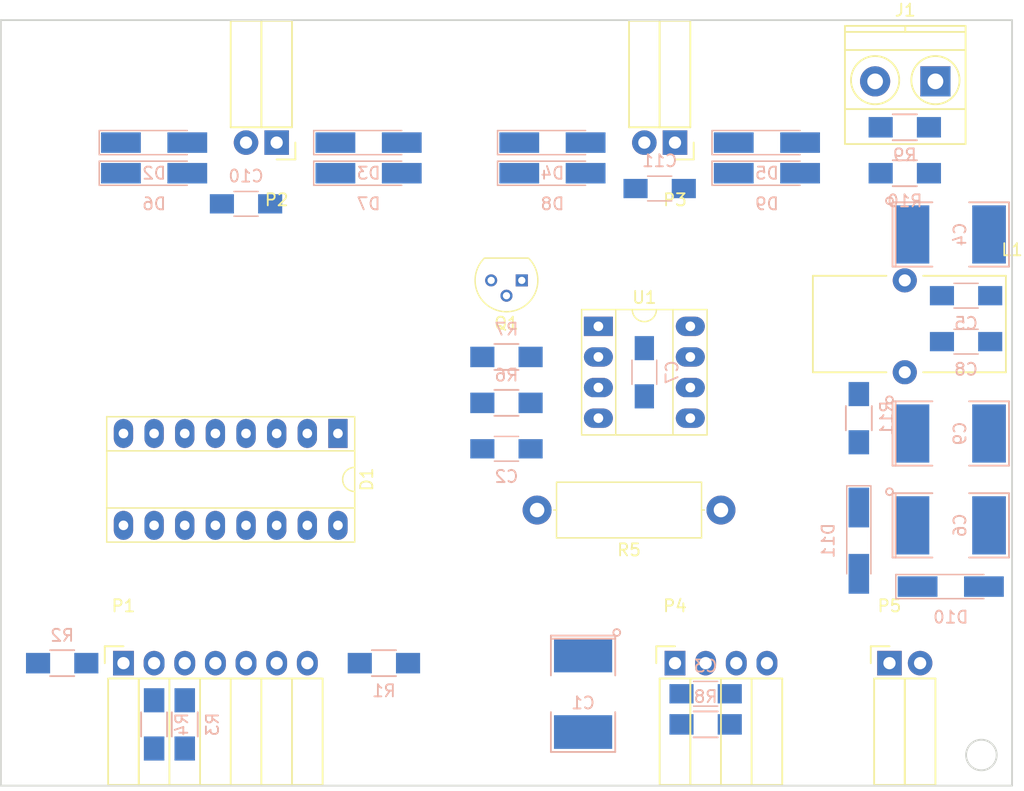
<source format=kicad_pcb>
(kicad_pcb (version 4) (host pcbnew 4.0.5)

  (general
    (links 88)
    (no_connects 88)
    (area 129.464999 71.865 213.435001 142.905001)
    (thickness 1.6)
    (drawings 5)
    (tracks 0)
    (zones 0)
    (modules 42)
    (nets 25)
  )

  (page A4)
  (layers
    (0 F.Cu signal)
    (31 B.Cu signal)
    (32 B.Adhes user)
    (33 F.Adhes user)
    (34 B.Paste user)
    (35 F.Paste user)
    (36 B.SilkS user)
    (37 F.SilkS user)
    (38 B.Mask user)
    (39 F.Mask user)
    (40 Dwgs.User user)
    (41 Cmts.User user)
    (42 Eco1.User user)
    (43 Eco2.User user)
    (44 Edge.Cuts user)
    (45 Margin user)
    (46 B.CrtYd user)
    (47 F.CrtYd user)
    (48 B.Fab user)
    (49 F.Fab user)
  )

  (setup
    (last_trace_width 0.25)
    (trace_clearance 0.2)
    (zone_clearance 0.508)
    (zone_45_only no)
    (trace_min 0.2)
    (segment_width 0.2)
    (edge_width 0.15)
    (via_size 0.6)
    (via_drill 0.4)
    (via_min_size 0.4)
    (via_min_drill 0.3)
    (uvia_size 0.3)
    (uvia_drill 0.1)
    (uvias_allowed no)
    (uvia_min_size 0.2)
    (uvia_min_drill 0.1)
    (pcb_text_width 0.3)
    (pcb_text_size 1.5 1.5)
    (mod_edge_width 0.15)
    (mod_text_size 1 1)
    (mod_text_width 0.15)
    (pad_size 1.524 1.524)
    (pad_drill 0.762)
    (pad_to_mask_clearance 0.2)
    (aux_axis_origin 0 0)
    (visible_elements FFFCFF7F)
    (pcbplotparams
      (layerselection 0x00030_80000001)
      (usegerberextensions false)
      (excludeedgelayer true)
      (linewidth 0.100000)
      (plotframeref false)
      (viasonmask false)
      (mode 1)
      (useauxorigin false)
      (hpglpennumber 1)
      (hpglpenspeed 20)
      (hpglpendiameter 15)
      (hpglpenoverlay 2)
      (psnegative false)
      (psa4output false)
      (plotreference true)
      (plotvalue true)
      (plotinvisibletext false)
      (padsonsilk false)
      (subtractmaskfromsilk false)
      (outputformat 1)
      (mirror false)
      (drillshape 1)
      (scaleselection 1)
      (outputdirectory ""))
  )

  (net 0 "")
  (net 1 GND)
  (net 2 "Net-(C1-Pad1)")
  (net 3 /Ai_I_Sense)
  (net 4 /+12Motor)
  (net 5 "Net-(C6-Pad1)")
  (net 6 +12V)
  (net 7 /En1)
  (net 8 /En2)
  (net 9 /A1)
  (net 10 /A2)
  (net 11 /B1)
  (net 12 /B2)
  (net 13 +5V)
  (net 14 "Net-(D11-Pad2)")
  (net 15 "Net-(J1-Pad1)")
  (net 16 /Ai_Ext)
  (net 17 "Net-(Q1-Pad2)")
  (net 18 "Net-(Q1-Pad1)")
  (net 19 "Net-(R7-Pad1)")
  (net 20 "Net-(R10-Pad1)")
  (net 21 "Net-(C10-Pad1)")
  (net 22 "Net-(C10-Pad2)")
  (net 23 "Net-(C11-Pad1)")
  (net 24 "Net-(C11-Pad2)")

  (net_class Default "Это класс цепей по умолчанию."
    (clearance 0.2)
    (trace_width 0.25)
    (via_dia 0.6)
    (via_drill 0.4)
    (uvia_dia 0.3)
    (uvia_drill 0.1)
    (add_net +12V)
    (add_net +5V)
    (add_net /+12Motor)
    (add_net /A1)
    (add_net /A2)
    (add_net /Ai_Ext)
    (add_net /Ai_I_Sense)
    (add_net /B1)
    (add_net /B2)
    (add_net /En1)
    (add_net /En2)
    (add_net GND)
    (add_net "Net-(C1-Pad1)")
    (add_net "Net-(C10-Pad1)")
    (add_net "Net-(C10-Pad2)")
    (add_net "Net-(C11-Pad1)")
    (add_net "Net-(C11-Pad2)")
    (add_net "Net-(C6-Pad1)")
    (add_net "Net-(D11-Pad2)")
    (add_net "Net-(J1-Pad1)")
    (add_net "Net-(Q1-Pad1)")
    (add_net "Net-(Q1-Pad2)")
    (add_net "Net-(R10-Pad1)")
    (add_net "Net-(R7-Pad1)")
  )

  (module SMD_Packages:SMD-2112_Pol placed (layer B.Cu) (tedit 0) (tstamp 58852D4F)
    (at 177.8 129.54 270)
    (path /58881781)
    (attr smd)
    (fp_text reference C1 (at 0.762 0 540) (layer B.SilkS)
      (effects (font (size 1 1) (thickness 0.15)) (justify mirror))
    )
    (fp_text value 47,0 (at -0.889 0 540) (layer B.Fab)
      (effects (font (size 1 1) (thickness 0.15)) (justify mirror))
    )
    (fp_circle (center -5.08 -2.794) (end -4.826 -2.667) (layer B.SilkS) (width 0.15))
    (fp_line (start -4.572 2.667) (end -4.572 -2.667) (layer B.SilkS) (width 0.15))
    (fp_line (start -4.826 2.667) (end -4.826 -2.667) (layer B.SilkS) (width 0.15))
    (fp_line (start -1.524 -2.667) (end -4.826 -2.667) (layer B.SilkS) (width 0.15))
    (fp_line (start -1.524 2.667) (end -4.826 2.667) (layer B.SilkS) (width 0.15))
    (fp_line (start 1.524 2.667) (end 4.826 2.667) (layer B.SilkS) (width 0.15))
    (fp_line (start 4.826 2.667) (end 4.826 -2.667) (layer B.SilkS) (width 0.15))
    (fp_line (start 4.826 -2.667) (end 1.524 -2.667) (layer B.SilkS) (width 0.15))
    (pad 2 smd rect (at 3.175 0 270) (size 2.794 4.826) (layers B.Cu B.Paste B.Mask)
      (net 1 GND))
    (pad 1 smd rect (at -3.175 0 270) (size 2.794 4.826) (layers B.Cu B.Paste B.Mask)
      (net 2 "Net-(C1-Pad1)"))
    (model SMD_Packages.3dshapes/SMD-2112_Pol.wrl
      (at (xyz 0 0 0))
      (scale (xyz 0.3 0.4 0.4))
      (rotate (xyz 0 0 0))
    )
  )

  (module Capacitors_SMD:C_1206_HandSoldering placed (layer B.Cu) (tedit 541A9C03) (tstamp 58852D55)
    (at 171.45 109.22)
    (descr "Capacitor SMD 1206, hand soldering")
    (tags "capacitor 1206")
    (path /58881780)
    (attr smd)
    (fp_text reference C2 (at 0 2.3) (layer B.SilkS)
      (effects (font (size 1 1) (thickness 0.15)) (justify mirror))
    )
    (fp_text value 0,1 (at 0 -2.3) (layer B.Fab)
      (effects (font (size 1 1) (thickness 0.15)) (justify mirror))
    )
    (fp_line (start -1.6 -0.8) (end -1.6 0.8) (layer B.Fab) (width 0.1))
    (fp_line (start 1.6 -0.8) (end -1.6 -0.8) (layer B.Fab) (width 0.1))
    (fp_line (start 1.6 0.8) (end 1.6 -0.8) (layer B.Fab) (width 0.1))
    (fp_line (start -1.6 0.8) (end 1.6 0.8) (layer B.Fab) (width 0.1))
    (fp_line (start -3.3 1.15) (end 3.3 1.15) (layer B.CrtYd) (width 0.05))
    (fp_line (start -3.3 -1.15) (end 3.3 -1.15) (layer B.CrtYd) (width 0.05))
    (fp_line (start -3.3 1.15) (end -3.3 -1.15) (layer B.CrtYd) (width 0.05))
    (fp_line (start 3.3 1.15) (end 3.3 -1.15) (layer B.CrtYd) (width 0.05))
    (fp_line (start 1 1.025) (end -1 1.025) (layer B.SilkS) (width 0.12))
    (fp_line (start -1 -1.025) (end 1 -1.025) (layer B.SilkS) (width 0.12))
    (pad 1 smd rect (at -2 0) (size 2 1.6) (layers B.Cu B.Paste B.Mask)
      (net 2 "Net-(C1-Pad1)"))
    (pad 2 smd rect (at 2 0) (size 2 1.6) (layers B.Cu B.Paste B.Mask)
      (net 1 GND))
    (model Capacitors_SMD.3dshapes/C_1206_HandSoldering.wrl
      (at (xyz 0 0 0))
      (scale (xyz 1 1 1))
      (rotate (xyz 0 0 0))
    )
  )

  (module Capacitors_SMD:C_1206_HandSoldering placed (layer B.Cu) (tedit 541A9C03) (tstamp 58852D5B)
    (at 187.96 129.54 180)
    (descr "Capacitor SMD 1206, hand soldering")
    (tags "capacitor 1206")
    (path /5888177C)
    (attr smd)
    (fp_text reference C3 (at 0 2.3 180) (layer B.SilkS)
      (effects (font (size 1 1) (thickness 0.15)) (justify mirror))
    )
    (fp_text value 1,0 (at 0 -2.3 180) (layer B.Fab)
      (effects (font (size 1 1) (thickness 0.15)) (justify mirror))
    )
    (fp_line (start -1.6 -0.8) (end -1.6 0.8) (layer B.Fab) (width 0.1))
    (fp_line (start 1.6 -0.8) (end -1.6 -0.8) (layer B.Fab) (width 0.1))
    (fp_line (start 1.6 0.8) (end 1.6 -0.8) (layer B.Fab) (width 0.1))
    (fp_line (start -1.6 0.8) (end 1.6 0.8) (layer B.Fab) (width 0.1))
    (fp_line (start -3.3 1.15) (end 3.3 1.15) (layer B.CrtYd) (width 0.05))
    (fp_line (start -3.3 -1.15) (end 3.3 -1.15) (layer B.CrtYd) (width 0.05))
    (fp_line (start -3.3 1.15) (end -3.3 -1.15) (layer B.CrtYd) (width 0.05))
    (fp_line (start 3.3 1.15) (end 3.3 -1.15) (layer B.CrtYd) (width 0.05))
    (fp_line (start 1 1.025) (end -1 1.025) (layer B.SilkS) (width 0.12))
    (fp_line (start -1 -1.025) (end 1 -1.025) (layer B.SilkS) (width 0.12))
    (pad 1 smd rect (at -2 0 180) (size 2 1.6) (layers B.Cu B.Paste B.Mask)
      (net 3 /Ai_I_Sense))
    (pad 2 smd rect (at 2 0 180) (size 2 1.6) (layers B.Cu B.Paste B.Mask)
      (net 1 GND))
    (model Capacitors_SMD.3dshapes/C_1206_HandSoldering.wrl
      (at (xyz 0 0 0))
      (scale (xyz 1 1 1))
      (rotate (xyz 0 0 0))
    )
  )

  (module SMD_Packages:SMD-2112_Pol placed (layer B.Cu) (tedit 0) (tstamp 58852D61)
    (at 208.28 91.44)
    (path /5888F09D)
    (attr smd)
    (fp_text reference C4 (at 0.762 0 270) (layer B.SilkS)
      (effects (font (size 1 1) (thickness 0.15)) (justify mirror))
    )
    (fp_text value 100,0 (at -0.889 0 270) (layer B.Fab)
      (effects (font (size 1 1) (thickness 0.15)) (justify mirror))
    )
    (fp_circle (center -5.08 -2.794) (end -4.826 -2.667) (layer B.SilkS) (width 0.15))
    (fp_line (start -4.572 2.667) (end -4.572 -2.667) (layer B.SilkS) (width 0.15))
    (fp_line (start -4.826 2.667) (end -4.826 -2.667) (layer B.SilkS) (width 0.15))
    (fp_line (start -1.524 -2.667) (end -4.826 -2.667) (layer B.SilkS) (width 0.15))
    (fp_line (start -1.524 2.667) (end -4.826 2.667) (layer B.SilkS) (width 0.15))
    (fp_line (start 1.524 2.667) (end 4.826 2.667) (layer B.SilkS) (width 0.15))
    (fp_line (start 4.826 2.667) (end 4.826 -2.667) (layer B.SilkS) (width 0.15))
    (fp_line (start 4.826 -2.667) (end 1.524 -2.667) (layer B.SilkS) (width 0.15))
    (pad 2 smd rect (at 3.175 0) (size 2.794 4.826) (layers B.Cu B.Paste B.Mask)
      (net 1 GND))
    (pad 1 smd rect (at -3.175 0) (size 2.794 4.826) (layers B.Cu B.Paste B.Mask)
      (net 4 /+12Motor))
    (model SMD_Packages.3dshapes/SMD-2112_Pol.wrl
      (at (xyz 0 0 0))
      (scale (xyz 0.3 0.4 0.4))
      (rotate (xyz 0 0 0))
    )
  )

  (module Capacitors_SMD:C_1206_HandSoldering placed (layer B.Cu) (tedit 541A9C03) (tstamp 58852D67)
    (at 209.55 96.52)
    (descr "Capacitor SMD 1206, hand soldering")
    (tags "capacitor 1206")
    (path /5888F100)
    (attr smd)
    (fp_text reference C5 (at 0 2.3) (layer B.SilkS)
      (effects (font (size 1 1) (thickness 0.15)) (justify mirror))
    )
    (fp_text value 0,1 (at 0 -2.3) (layer B.Fab)
      (effects (font (size 1 1) (thickness 0.15)) (justify mirror))
    )
    (fp_line (start -1.6 -0.8) (end -1.6 0.8) (layer B.Fab) (width 0.1))
    (fp_line (start 1.6 -0.8) (end -1.6 -0.8) (layer B.Fab) (width 0.1))
    (fp_line (start 1.6 0.8) (end 1.6 -0.8) (layer B.Fab) (width 0.1))
    (fp_line (start -1.6 0.8) (end 1.6 0.8) (layer B.Fab) (width 0.1))
    (fp_line (start -3.3 1.15) (end 3.3 1.15) (layer B.CrtYd) (width 0.05))
    (fp_line (start -3.3 -1.15) (end 3.3 -1.15) (layer B.CrtYd) (width 0.05))
    (fp_line (start -3.3 1.15) (end -3.3 -1.15) (layer B.CrtYd) (width 0.05))
    (fp_line (start 3.3 1.15) (end 3.3 -1.15) (layer B.CrtYd) (width 0.05))
    (fp_line (start 1 1.025) (end -1 1.025) (layer B.SilkS) (width 0.12))
    (fp_line (start -1 -1.025) (end 1 -1.025) (layer B.SilkS) (width 0.12))
    (pad 1 smd rect (at -2 0) (size 2 1.6) (layers B.Cu B.Paste B.Mask)
      (net 4 /+12Motor))
    (pad 2 smd rect (at 2 0) (size 2 1.6) (layers B.Cu B.Paste B.Mask)
      (net 1 GND))
    (model Capacitors_SMD.3dshapes/C_1206_HandSoldering.wrl
      (at (xyz 0 0 0))
      (scale (xyz 1 1 1))
      (rotate (xyz 0 0 0))
    )
  )

  (module SMD_Packages:SMD-2112_Pol placed (layer B.Cu) (tedit 0) (tstamp 58852D6D)
    (at 208.28 115.57)
    (path /5888F161)
    (attr smd)
    (fp_text reference C6 (at 0.762 0 270) (layer B.SilkS)
      (effects (font (size 1 1) (thickness 0.15)) (justify mirror))
    )
    (fp_text value 100,0 (at -0.889 0 270) (layer B.Fab)
      (effects (font (size 1 1) (thickness 0.15)) (justify mirror))
    )
    (fp_circle (center -5.08 -2.794) (end -4.826 -2.667) (layer B.SilkS) (width 0.15))
    (fp_line (start -4.572 2.667) (end -4.572 -2.667) (layer B.SilkS) (width 0.15))
    (fp_line (start -4.826 2.667) (end -4.826 -2.667) (layer B.SilkS) (width 0.15))
    (fp_line (start -1.524 -2.667) (end -4.826 -2.667) (layer B.SilkS) (width 0.15))
    (fp_line (start -1.524 2.667) (end -4.826 2.667) (layer B.SilkS) (width 0.15))
    (fp_line (start 1.524 2.667) (end 4.826 2.667) (layer B.SilkS) (width 0.15))
    (fp_line (start 4.826 2.667) (end 4.826 -2.667) (layer B.SilkS) (width 0.15))
    (fp_line (start 4.826 -2.667) (end 1.524 -2.667) (layer B.SilkS) (width 0.15))
    (pad 2 smd rect (at 3.175 0) (size 2.794 4.826) (layers B.Cu B.Paste B.Mask)
      (net 1 GND))
    (pad 1 smd rect (at -3.175 0) (size 2.794 4.826) (layers B.Cu B.Paste B.Mask)
      (net 5 "Net-(C6-Pad1)"))
    (model SMD_Packages.3dshapes/SMD-2112_Pol.wrl
      (at (xyz 0 0 0))
      (scale (xyz 0.3 0.4 0.4))
      (rotate (xyz 0 0 0))
    )
  )

  (module Capacitors_SMD:C_1206_HandSoldering placed (layer B.Cu) (tedit 541A9C03) (tstamp 58852D73)
    (at 182.88 102.87 90)
    (descr "Capacitor SMD 1206, hand soldering")
    (tags "capacitor 1206")
    (path /58891915)
    (attr smd)
    (fp_text reference C7 (at 0 2.3 90) (layer B.SilkS)
      (effects (font (size 1 1) (thickness 0.15)) (justify mirror))
    )
    (fp_text value 0,1 (at 0 -2.3 90) (layer B.Fab)
      (effects (font (size 1 1) (thickness 0.15)) (justify mirror))
    )
    (fp_line (start -1.6 -0.8) (end -1.6 0.8) (layer B.Fab) (width 0.1))
    (fp_line (start 1.6 -0.8) (end -1.6 -0.8) (layer B.Fab) (width 0.1))
    (fp_line (start 1.6 0.8) (end 1.6 -0.8) (layer B.Fab) (width 0.1))
    (fp_line (start -1.6 0.8) (end 1.6 0.8) (layer B.Fab) (width 0.1))
    (fp_line (start -3.3 1.15) (end 3.3 1.15) (layer B.CrtYd) (width 0.05))
    (fp_line (start -3.3 -1.15) (end 3.3 -1.15) (layer B.CrtYd) (width 0.05))
    (fp_line (start -3.3 1.15) (end -3.3 -1.15) (layer B.CrtYd) (width 0.05))
    (fp_line (start 3.3 1.15) (end 3.3 -1.15) (layer B.CrtYd) (width 0.05))
    (fp_line (start 1 1.025) (end -1 1.025) (layer B.SilkS) (width 0.12))
    (fp_line (start -1 -1.025) (end 1 -1.025) (layer B.SilkS) (width 0.12))
    (pad 1 smd rect (at -2 0 90) (size 2 1.6) (layers B.Cu B.Paste B.Mask)
      (net 1 GND))
    (pad 2 smd rect (at 2 0 90) (size 2 1.6) (layers B.Cu B.Paste B.Mask)
      (net 6 +12V))
    (model Capacitors_SMD.3dshapes/C_1206_HandSoldering.wrl
      (at (xyz 0 0 0))
      (scale (xyz 1 1 1))
      (rotate (xyz 0 0 0))
    )
  )

  (module Capacitors_SMD:C_1206_HandSoldering placed (layer B.Cu) (tedit 541A9C03) (tstamp 58852D79)
    (at 209.55 100.33)
    (descr "Capacitor SMD 1206, hand soldering")
    (tags "capacitor 1206")
    (path /5888F1C2)
    (attr smd)
    (fp_text reference C8 (at 0 2.3) (layer B.SilkS)
      (effects (font (size 1 1) (thickness 0.15)) (justify mirror))
    )
    (fp_text value 0,1 (at 0 -2.3) (layer B.Fab)
      (effects (font (size 1 1) (thickness 0.15)) (justify mirror))
    )
    (fp_line (start -1.6 -0.8) (end -1.6 0.8) (layer B.Fab) (width 0.1))
    (fp_line (start 1.6 -0.8) (end -1.6 -0.8) (layer B.Fab) (width 0.1))
    (fp_line (start 1.6 0.8) (end 1.6 -0.8) (layer B.Fab) (width 0.1))
    (fp_line (start -1.6 0.8) (end 1.6 0.8) (layer B.Fab) (width 0.1))
    (fp_line (start -3.3 1.15) (end 3.3 1.15) (layer B.CrtYd) (width 0.05))
    (fp_line (start -3.3 -1.15) (end 3.3 -1.15) (layer B.CrtYd) (width 0.05))
    (fp_line (start -3.3 1.15) (end -3.3 -1.15) (layer B.CrtYd) (width 0.05))
    (fp_line (start 3.3 1.15) (end 3.3 -1.15) (layer B.CrtYd) (width 0.05))
    (fp_line (start 1 1.025) (end -1 1.025) (layer B.SilkS) (width 0.12))
    (fp_line (start -1 -1.025) (end 1 -1.025) (layer B.SilkS) (width 0.12))
    (pad 1 smd rect (at -2 0) (size 2 1.6) (layers B.Cu B.Paste B.Mask)
      (net 5 "Net-(C6-Pad1)"))
    (pad 2 smd rect (at 2 0) (size 2 1.6) (layers B.Cu B.Paste B.Mask)
      (net 1 GND))
    (model Capacitors_SMD.3dshapes/C_1206_HandSoldering.wrl
      (at (xyz 0 0 0))
      (scale (xyz 1 1 1))
      (rotate (xyz 0 0 0))
    )
  )

  (module SMD_Packages:SMD-2112_Pol placed (layer B.Cu) (tedit 0) (tstamp 58852D7F)
    (at 208.28 107.95)
    (path /58891878)
    (attr smd)
    (fp_text reference C9 (at 0.762 0 270) (layer B.SilkS)
      (effects (font (size 1 1) (thickness 0.15)) (justify mirror))
    )
    (fp_text value 47,0 (at -0.889 0 270) (layer B.Fab)
      (effects (font (size 1 1) (thickness 0.15)) (justify mirror))
    )
    (fp_circle (center -5.08 -2.794) (end -4.826 -2.667) (layer B.SilkS) (width 0.15))
    (fp_line (start -4.572 2.667) (end -4.572 -2.667) (layer B.SilkS) (width 0.15))
    (fp_line (start -4.826 2.667) (end -4.826 -2.667) (layer B.SilkS) (width 0.15))
    (fp_line (start -1.524 -2.667) (end -4.826 -2.667) (layer B.SilkS) (width 0.15))
    (fp_line (start -1.524 2.667) (end -4.826 2.667) (layer B.SilkS) (width 0.15))
    (fp_line (start 1.524 2.667) (end 4.826 2.667) (layer B.SilkS) (width 0.15))
    (fp_line (start 4.826 2.667) (end 4.826 -2.667) (layer B.SilkS) (width 0.15))
    (fp_line (start 4.826 -2.667) (end 1.524 -2.667) (layer B.SilkS) (width 0.15))
    (pad 2 smd rect (at 3.175 0) (size 2.794 4.826) (layers B.Cu B.Paste B.Mask)
      (net 1 GND))
    (pad 1 smd rect (at -3.175 0) (size 2.794 4.826) (layers B.Cu B.Paste B.Mask)
      (net 6 +12V))
    (model SMD_Packages.3dshapes/SMD-2112_Pol.wrl
      (at (xyz 0 0 0))
      (scale (xyz 0.3 0.4 0.4))
      (rotate (xyz 0 0 0))
    )
  )

  (module Housings_DIP:DIP-16_W7.62mm_Socket_LongPads placed (layer F.Cu) (tedit 586281B5) (tstamp 58852D93)
    (at 157.48 107.95 270)
    (descr "16-lead dip package, row spacing 7.62 mm (300 mils), Socket, LongPads")
    (tags "DIL DIP PDIP 2.54mm 7.62mm 300mil Socket LongPads")
    (path /5888170D)
    (fp_text reference D1 (at 3.81 -2.39 270) (layer F.SilkS)
      (effects (font (size 1 1) (thickness 0.15)))
    )
    (fp_text value L293D (at 3.81 20.17 270) (layer F.Fab)
      (effects (font (size 1 1) (thickness 0.15)))
    )
    (fp_arc (start 3.81 -1.39) (end 2.81 -1.39) (angle -180) (layer F.SilkS) (width 0.12))
    (fp_line (start 1.635 -1.27) (end 6.985 -1.27) (layer F.Fab) (width 0.1))
    (fp_line (start 6.985 -1.27) (end 6.985 19.05) (layer F.Fab) (width 0.1))
    (fp_line (start 6.985 19.05) (end 0.635 19.05) (layer F.Fab) (width 0.1))
    (fp_line (start 0.635 19.05) (end 0.635 -0.27) (layer F.Fab) (width 0.1))
    (fp_line (start 0.635 -0.27) (end 1.635 -1.27) (layer F.Fab) (width 0.1))
    (fp_line (start -1.27 -1.27) (end -1.27 19.05) (layer F.Fab) (width 0.1))
    (fp_line (start -1.27 19.05) (end 8.89 19.05) (layer F.Fab) (width 0.1))
    (fp_line (start 8.89 19.05) (end 8.89 -1.27) (layer F.Fab) (width 0.1))
    (fp_line (start 8.89 -1.27) (end -1.27 -1.27) (layer F.Fab) (width 0.1))
    (fp_line (start 2.81 -1.39) (end 1.44 -1.39) (layer F.SilkS) (width 0.12))
    (fp_line (start 1.44 -1.39) (end 1.44 19.17) (layer F.SilkS) (width 0.12))
    (fp_line (start 1.44 19.17) (end 6.18 19.17) (layer F.SilkS) (width 0.12))
    (fp_line (start 6.18 19.17) (end 6.18 -1.39) (layer F.SilkS) (width 0.12))
    (fp_line (start 6.18 -1.39) (end 4.81 -1.39) (layer F.SilkS) (width 0.12))
    (fp_line (start -1.39 -1.39) (end -1.39 19.17) (layer F.SilkS) (width 0.12))
    (fp_line (start -1.39 19.17) (end 9.01 19.17) (layer F.SilkS) (width 0.12))
    (fp_line (start 9.01 19.17) (end 9.01 -1.39) (layer F.SilkS) (width 0.12))
    (fp_line (start 9.01 -1.39) (end -1.39 -1.39) (layer F.SilkS) (width 0.12))
    (fp_line (start -1.7 -1.7) (end -1.7 19.5) (layer F.CrtYd) (width 0.05))
    (fp_line (start -1.7 19.5) (end 9.3 19.5) (layer F.CrtYd) (width 0.05))
    (fp_line (start 9.3 19.5) (end 9.3 -1.7) (layer F.CrtYd) (width 0.05))
    (fp_line (start 9.3 -1.7) (end -1.7 -1.7) (layer F.CrtYd) (width 0.05))
    (pad 1 thru_hole rect (at 0 0 270) (size 2.4 1.6) (drill 0.8) (layers *.Cu *.Mask)
      (net 7 /En1))
    (pad 9 thru_hole oval (at 7.62 17.78 270) (size 2.4 1.6) (drill 0.8) (layers *.Cu *.Mask)
      (net 8 /En2))
    (pad 2 thru_hole oval (at 0 2.54 270) (size 2.4 1.6) (drill 0.8) (layers *.Cu *.Mask)
      (net 9 /A1))
    (pad 10 thru_hole oval (at 7.62 15.24 270) (size 2.4 1.6) (drill 0.8) (layers *.Cu *.Mask)
      (net 10 /A2))
    (pad 3 thru_hole oval (at 0 5.08 270) (size 2.4 1.6) (drill 0.8) (layers *.Cu *.Mask)
      (net 21 "Net-(C10-Pad1)"))
    (pad 11 thru_hole oval (at 7.62 12.7 270) (size 2.4 1.6) (drill 0.8) (layers *.Cu *.Mask)
      (net 23 "Net-(C11-Pad1)"))
    (pad 4 thru_hole oval (at 0 7.62 270) (size 2.4 1.6) (drill 0.8) (layers *.Cu *.Mask)
      (net 1 GND))
    (pad 12 thru_hole oval (at 7.62 10.16 270) (size 2.4 1.6) (drill 0.8) (layers *.Cu *.Mask)
      (net 1 GND))
    (pad 5 thru_hole oval (at 0 10.16 270) (size 2.4 1.6) (drill 0.8) (layers *.Cu *.Mask)
      (net 1 GND))
    (pad 13 thru_hole oval (at 7.62 7.62 270) (size 2.4 1.6) (drill 0.8) (layers *.Cu *.Mask)
      (net 1 GND))
    (pad 6 thru_hole oval (at 0 12.7 270) (size 2.4 1.6) (drill 0.8) (layers *.Cu *.Mask)
      (net 22 "Net-(C10-Pad2)"))
    (pad 14 thru_hole oval (at 7.62 5.08 270) (size 2.4 1.6) (drill 0.8) (layers *.Cu *.Mask)
      (net 24 "Net-(C11-Pad2)"))
    (pad 7 thru_hole oval (at 0 15.24 270) (size 2.4 1.6) (drill 0.8) (layers *.Cu *.Mask)
      (net 11 /B1))
    (pad 15 thru_hole oval (at 7.62 2.54 270) (size 2.4 1.6) (drill 0.8) (layers *.Cu *.Mask)
      (net 12 /B2))
    (pad 8 thru_hole oval (at 0 17.78 270) (size 2.4 1.6) (drill 0.8) (layers *.Cu *.Mask)
      (net 2 "Net-(C1-Pad1)"))
    (pad 16 thru_hole oval (at 7.62 0 270) (size 2.4 1.6) (drill 0.8) (layers *.Cu *.Mask)
      (net 13 +5V))
    (model Housings_DIP.3dshapes/DIP-16_W7.62mm_Socket_LongPads.wrl
      (at (xyz 0 0 0))
      (scale (xyz 1 1 1))
      (rotate (xyz 0 0 0))
    )
  )

  (module Diodes_SMD:D_MiniMELF_Handsoldering placed (layer B.Cu) (tedit 586459CA) (tstamp 58852D99)
    (at 142.24 83.82)
    (descr "Diode Mini-MELF Handsoldering")
    (tags "Diode Mini-MELF Handsoldering")
    (path /5888175C)
    (attr smd)
    (fp_text reference D2 (at 0 2.54) (layer B.SilkS)
      (effects (font (size 1 1) (thickness 0.15)) (justify mirror))
    )
    (fp_text value D (at 0 -3.81) (layer B.Fab)
      (effects (font (size 1 1) (thickness 0.15)) (justify mirror))
    )
    (fp_line (start 2.75 1) (end -4.55 1) (layer B.SilkS) (width 0.12))
    (fp_line (start -4.55 1) (end -4.55 -1) (layer B.SilkS) (width 0.12))
    (fp_line (start -4.55 -1) (end 2.75 -1) (layer B.SilkS) (width 0.12))
    (fp_line (start 1.65 0.8) (end 1.65 -0.8) (layer B.Fab) (width 0.1))
    (fp_line (start 1.65 -0.8) (end -1.65 -0.8) (layer B.Fab) (width 0.1))
    (fp_line (start -1.65 -0.8) (end -1.65 0.8) (layer B.Fab) (width 0.1))
    (fp_line (start -1.65 0.8) (end 1.65 0.8) (layer B.Fab) (width 0.1))
    (fp_line (start 0.25 0) (end 0.75 0) (layer B.Fab) (width 0.1))
    (fp_line (start 0.25 -0.4) (end -0.35 0) (layer B.Fab) (width 0.1))
    (fp_line (start 0.25 0.4) (end 0.25 -0.4) (layer B.Fab) (width 0.1))
    (fp_line (start -0.35 0) (end 0.25 0.4) (layer B.Fab) (width 0.1))
    (fp_line (start -0.35 0) (end -0.35 -0.55) (layer B.Fab) (width 0.1))
    (fp_line (start -0.35 0) (end -0.35 0.55) (layer B.Fab) (width 0.1))
    (fp_line (start -0.75 0) (end -0.35 0) (layer B.Fab) (width 0.1))
    (fp_line (start -4.65 1.1) (end 4.65 1.1) (layer B.CrtYd) (width 0.05))
    (fp_line (start 4.65 1.1) (end 4.65 -1.1) (layer B.CrtYd) (width 0.05))
    (fp_line (start 4.65 -1.1) (end -4.65 -1.1) (layer B.CrtYd) (width 0.05))
    (fp_line (start -4.65 -1.1) (end -4.65 1.1) (layer B.CrtYd) (width 0.05))
    (pad 1 smd rect (at -2.75 0) (size 3.3 1.7) (layers B.Cu B.Paste B.Mask)
      (net 6 +12V))
    (pad 2 smd rect (at 2.75 0) (size 3.3 1.7) (layers B.Cu B.Paste B.Mask)
      (net 21 "Net-(C10-Pad1)"))
    (model Diodes_SMD.3dshapes/D_MiniMELF_Handsoldering.wrl
      (at (xyz 0 0 0))
      (scale (xyz 0.3937 0.3937 0.3937))
      (rotate (xyz 0 0 180))
    )
  )

  (module Diodes_SMD:D_MiniMELF_Handsoldering placed (layer B.Cu) (tedit 586459CA) (tstamp 58852D9F)
    (at 160.02 83.82)
    (descr "Diode Mini-MELF Handsoldering")
    (tags "Diode Mini-MELF Handsoldering")
    (path /5888175B)
    (attr smd)
    (fp_text reference D3 (at 0 2.54) (layer B.SilkS)
      (effects (font (size 1 1) (thickness 0.15)) (justify mirror))
    )
    (fp_text value D (at 0 -3.81) (layer B.Fab)
      (effects (font (size 1 1) (thickness 0.15)) (justify mirror))
    )
    (fp_line (start 2.75 1) (end -4.55 1) (layer B.SilkS) (width 0.12))
    (fp_line (start -4.55 1) (end -4.55 -1) (layer B.SilkS) (width 0.12))
    (fp_line (start -4.55 -1) (end 2.75 -1) (layer B.SilkS) (width 0.12))
    (fp_line (start 1.65 0.8) (end 1.65 -0.8) (layer B.Fab) (width 0.1))
    (fp_line (start 1.65 -0.8) (end -1.65 -0.8) (layer B.Fab) (width 0.1))
    (fp_line (start -1.65 -0.8) (end -1.65 0.8) (layer B.Fab) (width 0.1))
    (fp_line (start -1.65 0.8) (end 1.65 0.8) (layer B.Fab) (width 0.1))
    (fp_line (start 0.25 0) (end 0.75 0) (layer B.Fab) (width 0.1))
    (fp_line (start 0.25 -0.4) (end -0.35 0) (layer B.Fab) (width 0.1))
    (fp_line (start 0.25 0.4) (end 0.25 -0.4) (layer B.Fab) (width 0.1))
    (fp_line (start -0.35 0) (end 0.25 0.4) (layer B.Fab) (width 0.1))
    (fp_line (start -0.35 0) (end -0.35 -0.55) (layer B.Fab) (width 0.1))
    (fp_line (start -0.35 0) (end -0.35 0.55) (layer B.Fab) (width 0.1))
    (fp_line (start -0.75 0) (end -0.35 0) (layer B.Fab) (width 0.1))
    (fp_line (start -4.65 1.1) (end 4.65 1.1) (layer B.CrtYd) (width 0.05))
    (fp_line (start 4.65 1.1) (end 4.65 -1.1) (layer B.CrtYd) (width 0.05))
    (fp_line (start 4.65 -1.1) (end -4.65 -1.1) (layer B.CrtYd) (width 0.05))
    (fp_line (start -4.65 -1.1) (end -4.65 1.1) (layer B.CrtYd) (width 0.05))
    (pad 1 smd rect (at -2.75 0) (size 3.3 1.7) (layers B.Cu B.Paste B.Mask)
      (net 21 "Net-(C10-Pad1)"))
    (pad 2 smd rect (at 2.75 0) (size 3.3 1.7) (layers B.Cu B.Paste B.Mask)
      (net 1 GND))
    (model Diodes_SMD.3dshapes/D_MiniMELF_Handsoldering.wrl
      (at (xyz 0 0 0))
      (scale (xyz 0.3937 0.3937 0.3937))
      (rotate (xyz 0 0 180))
    )
  )

  (module Diodes_SMD:D_MiniMELF_Handsoldering placed (layer B.Cu) (tedit 586459CA) (tstamp 58852DA5)
    (at 175.26 83.82)
    (descr "Diode Mini-MELF Handsoldering")
    (tags "Diode Mini-MELF Handsoldering")
    (path /588896A9)
    (attr smd)
    (fp_text reference D4 (at 0 2.54) (layer B.SilkS)
      (effects (font (size 1 1) (thickness 0.15)) (justify mirror))
    )
    (fp_text value D (at 0 -3.81) (layer B.Fab)
      (effects (font (size 1 1) (thickness 0.15)) (justify mirror))
    )
    (fp_line (start 2.75 1) (end -4.55 1) (layer B.SilkS) (width 0.12))
    (fp_line (start -4.55 1) (end -4.55 -1) (layer B.SilkS) (width 0.12))
    (fp_line (start -4.55 -1) (end 2.75 -1) (layer B.SilkS) (width 0.12))
    (fp_line (start 1.65 0.8) (end 1.65 -0.8) (layer B.Fab) (width 0.1))
    (fp_line (start 1.65 -0.8) (end -1.65 -0.8) (layer B.Fab) (width 0.1))
    (fp_line (start -1.65 -0.8) (end -1.65 0.8) (layer B.Fab) (width 0.1))
    (fp_line (start -1.65 0.8) (end 1.65 0.8) (layer B.Fab) (width 0.1))
    (fp_line (start 0.25 0) (end 0.75 0) (layer B.Fab) (width 0.1))
    (fp_line (start 0.25 -0.4) (end -0.35 0) (layer B.Fab) (width 0.1))
    (fp_line (start 0.25 0.4) (end 0.25 -0.4) (layer B.Fab) (width 0.1))
    (fp_line (start -0.35 0) (end 0.25 0.4) (layer B.Fab) (width 0.1))
    (fp_line (start -0.35 0) (end -0.35 -0.55) (layer B.Fab) (width 0.1))
    (fp_line (start -0.35 0) (end -0.35 0.55) (layer B.Fab) (width 0.1))
    (fp_line (start -0.75 0) (end -0.35 0) (layer B.Fab) (width 0.1))
    (fp_line (start -4.65 1.1) (end 4.65 1.1) (layer B.CrtYd) (width 0.05))
    (fp_line (start 4.65 1.1) (end 4.65 -1.1) (layer B.CrtYd) (width 0.05))
    (fp_line (start 4.65 -1.1) (end -4.65 -1.1) (layer B.CrtYd) (width 0.05))
    (fp_line (start -4.65 -1.1) (end -4.65 1.1) (layer B.CrtYd) (width 0.05))
    (pad 1 smd rect (at -2.75 0) (size 3.3 1.7) (layers B.Cu B.Paste B.Mask)
      (net 6 +12V))
    (pad 2 smd rect (at 2.75 0) (size 3.3 1.7) (layers B.Cu B.Paste B.Mask)
      (net 23 "Net-(C11-Pad1)"))
    (model Diodes_SMD.3dshapes/D_MiniMELF_Handsoldering.wrl
      (at (xyz 0 0 0))
      (scale (xyz 0.3937 0.3937 0.3937))
      (rotate (xyz 0 0 180))
    )
  )

  (module Diodes_SMD:D_MiniMELF_Handsoldering placed (layer B.Cu) (tedit 586459CA) (tstamp 58852DAB)
    (at 193.04 83.82)
    (descr "Diode Mini-MELF Handsoldering")
    (tags "Diode Mini-MELF Handsoldering")
    (path /588896A3)
    (attr smd)
    (fp_text reference D5 (at 0 2.54) (layer B.SilkS)
      (effects (font (size 1 1) (thickness 0.15)) (justify mirror))
    )
    (fp_text value D (at 0 -3.81) (layer B.Fab)
      (effects (font (size 1 1) (thickness 0.15)) (justify mirror))
    )
    (fp_line (start 2.75 1) (end -4.55 1) (layer B.SilkS) (width 0.12))
    (fp_line (start -4.55 1) (end -4.55 -1) (layer B.SilkS) (width 0.12))
    (fp_line (start -4.55 -1) (end 2.75 -1) (layer B.SilkS) (width 0.12))
    (fp_line (start 1.65 0.8) (end 1.65 -0.8) (layer B.Fab) (width 0.1))
    (fp_line (start 1.65 -0.8) (end -1.65 -0.8) (layer B.Fab) (width 0.1))
    (fp_line (start -1.65 -0.8) (end -1.65 0.8) (layer B.Fab) (width 0.1))
    (fp_line (start -1.65 0.8) (end 1.65 0.8) (layer B.Fab) (width 0.1))
    (fp_line (start 0.25 0) (end 0.75 0) (layer B.Fab) (width 0.1))
    (fp_line (start 0.25 -0.4) (end -0.35 0) (layer B.Fab) (width 0.1))
    (fp_line (start 0.25 0.4) (end 0.25 -0.4) (layer B.Fab) (width 0.1))
    (fp_line (start -0.35 0) (end 0.25 0.4) (layer B.Fab) (width 0.1))
    (fp_line (start -0.35 0) (end -0.35 -0.55) (layer B.Fab) (width 0.1))
    (fp_line (start -0.35 0) (end -0.35 0.55) (layer B.Fab) (width 0.1))
    (fp_line (start -0.75 0) (end -0.35 0) (layer B.Fab) (width 0.1))
    (fp_line (start -4.65 1.1) (end 4.65 1.1) (layer B.CrtYd) (width 0.05))
    (fp_line (start 4.65 1.1) (end 4.65 -1.1) (layer B.CrtYd) (width 0.05))
    (fp_line (start 4.65 -1.1) (end -4.65 -1.1) (layer B.CrtYd) (width 0.05))
    (fp_line (start -4.65 -1.1) (end -4.65 1.1) (layer B.CrtYd) (width 0.05))
    (pad 1 smd rect (at -2.75 0) (size 3.3 1.7) (layers B.Cu B.Paste B.Mask)
      (net 23 "Net-(C11-Pad1)"))
    (pad 2 smd rect (at 2.75 0) (size 3.3 1.7) (layers B.Cu B.Paste B.Mask)
      (net 1 GND))
    (model Diodes_SMD.3dshapes/D_MiniMELF_Handsoldering.wrl
      (at (xyz 0 0 0))
      (scale (xyz 0.3937 0.3937 0.3937))
      (rotate (xyz 0 0 180))
    )
  )

  (module Diodes_SMD:D_MiniMELF_Handsoldering placed (layer B.Cu) (tedit 586459CA) (tstamp 58852DB1)
    (at 142.24 86.36)
    (descr "Diode Mini-MELF Handsoldering")
    (tags "Diode Mini-MELF Handsoldering")
    (path /5888175D)
    (attr smd)
    (fp_text reference D6 (at 0 2.54) (layer B.SilkS)
      (effects (font (size 1 1) (thickness 0.15)) (justify mirror))
    )
    (fp_text value D (at 0 -3.81) (layer B.Fab)
      (effects (font (size 1 1) (thickness 0.15)) (justify mirror))
    )
    (fp_line (start 2.75 1) (end -4.55 1) (layer B.SilkS) (width 0.12))
    (fp_line (start -4.55 1) (end -4.55 -1) (layer B.SilkS) (width 0.12))
    (fp_line (start -4.55 -1) (end 2.75 -1) (layer B.SilkS) (width 0.12))
    (fp_line (start 1.65 0.8) (end 1.65 -0.8) (layer B.Fab) (width 0.1))
    (fp_line (start 1.65 -0.8) (end -1.65 -0.8) (layer B.Fab) (width 0.1))
    (fp_line (start -1.65 -0.8) (end -1.65 0.8) (layer B.Fab) (width 0.1))
    (fp_line (start -1.65 0.8) (end 1.65 0.8) (layer B.Fab) (width 0.1))
    (fp_line (start 0.25 0) (end 0.75 0) (layer B.Fab) (width 0.1))
    (fp_line (start 0.25 -0.4) (end -0.35 0) (layer B.Fab) (width 0.1))
    (fp_line (start 0.25 0.4) (end 0.25 -0.4) (layer B.Fab) (width 0.1))
    (fp_line (start -0.35 0) (end 0.25 0.4) (layer B.Fab) (width 0.1))
    (fp_line (start -0.35 0) (end -0.35 -0.55) (layer B.Fab) (width 0.1))
    (fp_line (start -0.35 0) (end -0.35 0.55) (layer B.Fab) (width 0.1))
    (fp_line (start -0.75 0) (end -0.35 0) (layer B.Fab) (width 0.1))
    (fp_line (start -4.65 1.1) (end 4.65 1.1) (layer B.CrtYd) (width 0.05))
    (fp_line (start 4.65 1.1) (end 4.65 -1.1) (layer B.CrtYd) (width 0.05))
    (fp_line (start 4.65 -1.1) (end -4.65 -1.1) (layer B.CrtYd) (width 0.05))
    (fp_line (start -4.65 -1.1) (end -4.65 1.1) (layer B.CrtYd) (width 0.05))
    (pad 1 smd rect (at -2.75 0) (size 3.3 1.7) (layers B.Cu B.Paste B.Mask)
      (net 6 +12V))
    (pad 2 smd rect (at 2.75 0) (size 3.3 1.7) (layers B.Cu B.Paste B.Mask)
      (net 22 "Net-(C10-Pad2)"))
    (model Diodes_SMD.3dshapes/D_MiniMELF_Handsoldering.wrl
      (at (xyz 0 0 0))
      (scale (xyz 0.3937 0.3937 0.3937))
      (rotate (xyz 0 0 180))
    )
  )

  (module Diodes_SMD:D_MiniMELF_Handsoldering placed (layer B.Cu) (tedit 586459CA) (tstamp 58852DB7)
    (at 160.02 86.36)
    (descr "Diode Mini-MELF Handsoldering")
    (tags "Diode Mini-MELF Handsoldering")
    (path /5888175A)
    (attr smd)
    (fp_text reference D7 (at 0 2.54) (layer B.SilkS)
      (effects (font (size 1 1) (thickness 0.15)) (justify mirror))
    )
    (fp_text value D (at 0 -3.81) (layer B.Fab)
      (effects (font (size 1 1) (thickness 0.15)) (justify mirror))
    )
    (fp_line (start 2.75 1) (end -4.55 1) (layer B.SilkS) (width 0.12))
    (fp_line (start -4.55 1) (end -4.55 -1) (layer B.SilkS) (width 0.12))
    (fp_line (start -4.55 -1) (end 2.75 -1) (layer B.SilkS) (width 0.12))
    (fp_line (start 1.65 0.8) (end 1.65 -0.8) (layer B.Fab) (width 0.1))
    (fp_line (start 1.65 -0.8) (end -1.65 -0.8) (layer B.Fab) (width 0.1))
    (fp_line (start -1.65 -0.8) (end -1.65 0.8) (layer B.Fab) (width 0.1))
    (fp_line (start -1.65 0.8) (end 1.65 0.8) (layer B.Fab) (width 0.1))
    (fp_line (start 0.25 0) (end 0.75 0) (layer B.Fab) (width 0.1))
    (fp_line (start 0.25 -0.4) (end -0.35 0) (layer B.Fab) (width 0.1))
    (fp_line (start 0.25 0.4) (end 0.25 -0.4) (layer B.Fab) (width 0.1))
    (fp_line (start -0.35 0) (end 0.25 0.4) (layer B.Fab) (width 0.1))
    (fp_line (start -0.35 0) (end -0.35 -0.55) (layer B.Fab) (width 0.1))
    (fp_line (start -0.35 0) (end -0.35 0.55) (layer B.Fab) (width 0.1))
    (fp_line (start -0.75 0) (end -0.35 0) (layer B.Fab) (width 0.1))
    (fp_line (start -4.65 1.1) (end 4.65 1.1) (layer B.CrtYd) (width 0.05))
    (fp_line (start 4.65 1.1) (end 4.65 -1.1) (layer B.CrtYd) (width 0.05))
    (fp_line (start 4.65 -1.1) (end -4.65 -1.1) (layer B.CrtYd) (width 0.05))
    (fp_line (start -4.65 -1.1) (end -4.65 1.1) (layer B.CrtYd) (width 0.05))
    (pad 1 smd rect (at -2.75 0) (size 3.3 1.7) (layers B.Cu B.Paste B.Mask)
      (net 22 "Net-(C10-Pad2)"))
    (pad 2 smd rect (at 2.75 0) (size 3.3 1.7) (layers B.Cu B.Paste B.Mask)
      (net 1 GND))
    (model Diodes_SMD.3dshapes/D_MiniMELF_Handsoldering.wrl
      (at (xyz 0 0 0))
      (scale (xyz 0.3937 0.3937 0.3937))
      (rotate (xyz 0 0 180))
    )
  )

  (module Diodes_SMD:D_MiniMELF_Handsoldering placed (layer B.Cu) (tedit 586459CA) (tstamp 58852DBD)
    (at 175.26 86.36)
    (descr "Diode Mini-MELF Handsoldering")
    (tags "Diode Mini-MELF Handsoldering")
    (path /588896AF)
    (attr smd)
    (fp_text reference D8 (at 0 2.54) (layer B.SilkS)
      (effects (font (size 1 1) (thickness 0.15)) (justify mirror))
    )
    (fp_text value D (at 0 -3.81) (layer B.Fab)
      (effects (font (size 1 1) (thickness 0.15)) (justify mirror))
    )
    (fp_line (start 2.75 1) (end -4.55 1) (layer B.SilkS) (width 0.12))
    (fp_line (start -4.55 1) (end -4.55 -1) (layer B.SilkS) (width 0.12))
    (fp_line (start -4.55 -1) (end 2.75 -1) (layer B.SilkS) (width 0.12))
    (fp_line (start 1.65 0.8) (end 1.65 -0.8) (layer B.Fab) (width 0.1))
    (fp_line (start 1.65 -0.8) (end -1.65 -0.8) (layer B.Fab) (width 0.1))
    (fp_line (start -1.65 -0.8) (end -1.65 0.8) (layer B.Fab) (width 0.1))
    (fp_line (start -1.65 0.8) (end 1.65 0.8) (layer B.Fab) (width 0.1))
    (fp_line (start 0.25 0) (end 0.75 0) (layer B.Fab) (width 0.1))
    (fp_line (start 0.25 -0.4) (end -0.35 0) (layer B.Fab) (width 0.1))
    (fp_line (start 0.25 0.4) (end 0.25 -0.4) (layer B.Fab) (width 0.1))
    (fp_line (start -0.35 0) (end 0.25 0.4) (layer B.Fab) (width 0.1))
    (fp_line (start -0.35 0) (end -0.35 -0.55) (layer B.Fab) (width 0.1))
    (fp_line (start -0.35 0) (end -0.35 0.55) (layer B.Fab) (width 0.1))
    (fp_line (start -0.75 0) (end -0.35 0) (layer B.Fab) (width 0.1))
    (fp_line (start -4.65 1.1) (end 4.65 1.1) (layer B.CrtYd) (width 0.05))
    (fp_line (start 4.65 1.1) (end 4.65 -1.1) (layer B.CrtYd) (width 0.05))
    (fp_line (start 4.65 -1.1) (end -4.65 -1.1) (layer B.CrtYd) (width 0.05))
    (fp_line (start -4.65 -1.1) (end -4.65 1.1) (layer B.CrtYd) (width 0.05))
    (pad 1 smd rect (at -2.75 0) (size 3.3 1.7) (layers B.Cu B.Paste B.Mask)
      (net 6 +12V))
    (pad 2 smd rect (at 2.75 0) (size 3.3 1.7) (layers B.Cu B.Paste B.Mask)
      (net 24 "Net-(C11-Pad2)"))
    (model Diodes_SMD.3dshapes/D_MiniMELF_Handsoldering.wrl
      (at (xyz 0 0 0))
      (scale (xyz 0.3937 0.3937 0.3937))
      (rotate (xyz 0 0 180))
    )
  )

  (module Diodes_SMD:D_MiniMELF_Handsoldering placed (layer B.Cu) (tedit 586459CA) (tstamp 58852DC3)
    (at 193.04 86.36)
    (descr "Diode Mini-MELF Handsoldering")
    (tags "Diode Mini-MELF Handsoldering")
    (path /5888969D)
    (attr smd)
    (fp_text reference D9 (at 0 2.54) (layer B.SilkS)
      (effects (font (size 1 1) (thickness 0.15)) (justify mirror))
    )
    (fp_text value D (at 0 -3.81) (layer B.Fab)
      (effects (font (size 1 1) (thickness 0.15)) (justify mirror))
    )
    (fp_line (start 2.75 1) (end -4.55 1) (layer B.SilkS) (width 0.12))
    (fp_line (start -4.55 1) (end -4.55 -1) (layer B.SilkS) (width 0.12))
    (fp_line (start -4.55 -1) (end 2.75 -1) (layer B.SilkS) (width 0.12))
    (fp_line (start 1.65 0.8) (end 1.65 -0.8) (layer B.Fab) (width 0.1))
    (fp_line (start 1.65 -0.8) (end -1.65 -0.8) (layer B.Fab) (width 0.1))
    (fp_line (start -1.65 -0.8) (end -1.65 0.8) (layer B.Fab) (width 0.1))
    (fp_line (start -1.65 0.8) (end 1.65 0.8) (layer B.Fab) (width 0.1))
    (fp_line (start 0.25 0) (end 0.75 0) (layer B.Fab) (width 0.1))
    (fp_line (start 0.25 -0.4) (end -0.35 0) (layer B.Fab) (width 0.1))
    (fp_line (start 0.25 0.4) (end 0.25 -0.4) (layer B.Fab) (width 0.1))
    (fp_line (start -0.35 0) (end 0.25 0.4) (layer B.Fab) (width 0.1))
    (fp_line (start -0.35 0) (end -0.35 -0.55) (layer B.Fab) (width 0.1))
    (fp_line (start -0.35 0) (end -0.35 0.55) (layer B.Fab) (width 0.1))
    (fp_line (start -0.75 0) (end -0.35 0) (layer B.Fab) (width 0.1))
    (fp_line (start -4.65 1.1) (end 4.65 1.1) (layer B.CrtYd) (width 0.05))
    (fp_line (start 4.65 1.1) (end 4.65 -1.1) (layer B.CrtYd) (width 0.05))
    (fp_line (start 4.65 -1.1) (end -4.65 -1.1) (layer B.CrtYd) (width 0.05))
    (fp_line (start -4.65 -1.1) (end -4.65 1.1) (layer B.CrtYd) (width 0.05))
    (pad 1 smd rect (at -2.75 0) (size 3.3 1.7) (layers B.Cu B.Paste B.Mask)
      (net 24 "Net-(C11-Pad2)"))
    (pad 2 smd rect (at 2.75 0) (size 3.3 1.7) (layers B.Cu B.Paste B.Mask)
      (net 1 GND))
    (model Diodes_SMD.3dshapes/D_MiniMELF_Handsoldering.wrl
      (at (xyz 0 0 0))
      (scale (xyz 0.3937 0.3937 0.3937))
      (rotate (xyz 0 0 180))
    )
  )

  (module Diodes_SMD:D_MiniMELF_Handsoldering placed (layer B.Cu) (tedit 586459CA) (tstamp 58852DC9)
    (at 208.28 120.65)
    (descr "Diode Mini-MELF Handsoldering")
    (tags "Diode Mini-MELF Handsoldering")
    (path /5888F65F)
    (attr smd)
    (fp_text reference D10 (at 0 2.54) (layer B.SilkS)
      (effects (font (size 1 1) (thickness 0.15)) (justify mirror))
    )
    (fp_text value D (at 0 -3.81) (layer B.Fab)
      (effects (font (size 1 1) (thickness 0.15)) (justify mirror))
    )
    (fp_line (start 2.75 1) (end -4.55 1) (layer B.SilkS) (width 0.12))
    (fp_line (start -4.55 1) (end -4.55 -1) (layer B.SilkS) (width 0.12))
    (fp_line (start -4.55 -1) (end 2.75 -1) (layer B.SilkS) (width 0.12))
    (fp_line (start 1.65 0.8) (end 1.65 -0.8) (layer B.Fab) (width 0.1))
    (fp_line (start 1.65 -0.8) (end -1.65 -0.8) (layer B.Fab) (width 0.1))
    (fp_line (start -1.65 -0.8) (end -1.65 0.8) (layer B.Fab) (width 0.1))
    (fp_line (start -1.65 0.8) (end 1.65 0.8) (layer B.Fab) (width 0.1))
    (fp_line (start 0.25 0) (end 0.75 0) (layer B.Fab) (width 0.1))
    (fp_line (start 0.25 -0.4) (end -0.35 0) (layer B.Fab) (width 0.1))
    (fp_line (start 0.25 0.4) (end 0.25 -0.4) (layer B.Fab) (width 0.1))
    (fp_line (start -0.35 0) (end 0.25 0.4) (layer B.Fab) (width 0.1))
    (fp_line (start -0.35 0) (end -0.35 -0.55) (layer B.Fab) (width 0.1))
    (fp_line (start -0.35 0) (end -0.35 0.55) (layer B.Fab) (width 0.1))
    (fp_line (start -0.75 0) (end -0.35 0) (layer B.Fab) (width 0.1))
    (fp_line (start -4.65 1.1) (end 4.65 1.1) (layer B.CrtYd) (width 0.05))
    (fp_line (start 4.65 1.1) (end 4.65 -1.1) (layer B.CrtYd) (width 0.05))
    (fp_line (start 4.65 -1.1) (end -4.65 -1.1) (layer B.CrtYd) (width 0.05))
    (fp_line (start -4.65 -1.1) (end -4.65 1.1) (layer B.CrtYd) (width 0.05))
    (pad 1 smd rect (at -2.75 0) (size 3.3 1.7) (layers B.Cu B.Paste B.Mask)
      (net 5 "Net-(C6-Pad1)"))
    (pad 2 smd rect (at 2.75 0) (size 3.3 1.7) (layers B.Cu B.Paste B.Mask)
      (net 1 GND))
    (model Diodes_SMD.3dshapes/D_MiniMELF_Handsoldering.wrl
      (at (xyz 0 0 0))
      (scale (xyz 0.3937 0.3937 0.3937))
      (rotate (xyz 0 0 180))
    )
  )

  (module Diodes_SMD:D_MiniMELF_Handsoldering placed (layer B.Cu) (tedit 586459CA) (tstamp 58852DCF)
    (at 200.66 116.84 270)
    (descr "Diode Mini-MELF Handsoldering")
    (tags "Diode Mini-MELF Handsoldering")
    (path /5888EF59)
    (attr smd)
    (fp_text reference D11 (at 0 2.54 270) (layer B.SilkS)
      (effects (font (size 1 1) (thickness 0.15)) (justify mirror))
    )
    (fp_text value D (at 0 -3.81 270) (layer B.Fab)
      (effects (font (size 1 1) (thickness 0.15)) (justify mirror))
    )
    (fp_line (start 2.75 1) (end -4.55 1) (layer B.SilkS) (width 0.12))
    (fp_line (start -4.55 1) (end -4.55 -1) (layer B.SilkS) (width 0.12))
    (fp_line (start -4.55 -1) (end 2.75 -1) (layer B.SilkS) (width 0.12))
    (fp_line (start 1.65 0.8) (end 1.65 -0.8) (layer B.Fab) (width 0.1))
    (fp_line (start 1.65 -0.8) (end -1.65 -0.8) (layer B.Fab) (width 0.1))
    (fp_line (start -1.65 -0.8) (end -1.65 0.8) (layer B.Fab) (width 0.1))
    (fp_line (start -1.65 0.8) (end 1.65 0.8) (layer B.Fab) (width 0.1))
    (fp_line (start 0.25 0) (end 0.75 0) (layer B.Fab) (width 0.1))
    (fp_line (start 0.25 -0.4) (end -0.35 0) (layer B.Fab) (width 0.1))
    (fp_line (start 0.25 0.4) (end 0.25 -0.4) (layer B.Fab) (width 0.1))
    (fp_line (start -0.35 0) (end 0.25 0.4) (layer B.Fab) (width 0.1))
    (fp_line (start -0.35 0) (end -0.35 -0.55) (layer B.Fab) (width 0.1))
    (fp_line (start -0.35 0) (end -0.35 0.55) (layer B.Fab) (width 0.1))
    (fp_line (start -0.75 0) (end -0.35 0) (layer B.Fab) (width 0.1))
    (fp_line (start -4.65 1.1) (end 4.65 1.1) (layer B.CrtYd) (width 0.05))
    (fp_line (start 4.65 1.1) (end 4.65 -1.1) (layer B.CrtYd) (width 0.05))
    (fp_line (start 4.65 -1.1) (end -4.65 -1.1) (layer B.CrtYd) (width 0.05))
    (fp_line (start -4.65 -1.1) (end -4.65 1.1) (layer B.CrtYd) (width 0.05))
    (pad 1 smd rect (at -2.75 0 270) (size 3.3 1.7) (layers B.Cu B.Paste B.Mask)
      (net 5 "Net-(C6-Pad1)"))
    (pad 2 smd rect (at 2.75 0 270) (size 3.3 1.7) (layers B.Cu B.Paste B.Mask)
      (net 14 "Net-(D11-Pad2)"))
    (model Diodes_SMD.3dshapes/D_MiniMELF_Handsoldering.wrl
      (at (xyz 0 0 0))
      (scale (xyz 0.3937 0.3937 0.3937))
      (rotate (xyz 0 0 180))
    )
  )

  (module Connectors_Terminal_Blocks:TerminalBlock_Pheonix_MKDS1.5-2pol placed (layer F.Cu) (tedit 563007E4) (tstamp 58852DD5)
    (at 207.01 78.74 180)
    (descr "2-way 5mm pitch terminal block, Phoenix MKDS series")
    (path /58881777)
    (fp_text reference J1 (at 2.5 5.9 180) (layer F.SilkS)
      (effects (font (size 1 1) (thickness 0.15)))
    )
    (fp_text value Ai_Ext (at 2.5 -6.6 180) (layer F.Fab)
      (effects (font (size 1 1) (thickness 0.15)))
    )
    (fp_line (start -2.7 -5.4) (end 7.7 -5.4) (layer F.CrtYd) (width 0.05))
    (fp_line (start -2.7 4.8) (end -2.7 -5.4) (layer F.CrtYd) (width 0.05))
    (fp_line (start 7.7 4.8) (end -2.7 4.8) (layer F.CrtYd) (width 0.05))
    (fp_line (start 7.7 -5.4) (end 7.7 4.8) (layer F.CrtYd) (width 0.05))
    (fp_line (start 2.5 4.1) (end 2.5 4.6) (layer F.SilkS) (width 0.15))
    (fp_circle (center 5 0.1) (end 3 0.1) (layer F.SilkS) (width 0.15))
    (fp_circle (center 0 0.1) (end 2 0.1) (layer F.SilkS) (width 0.15))
    (fp_line (start -2.5 2.6) (end 7.5 2.6) (layer F.SilkS) (width 0.15))
    (fp_line (start -2.5 -2.3) (end 7.5 -2.3) (layer F.SilkS) (width 0.15))
    (fp_line (start -2.5 4.1) (end 7.5 4.1) (layer F.SilkS) (width 0.15))
    (fp_line (start -2.5 4.6) (end 7.5 4.6) (layer F.SilkS) (width 0.15))
    (fp_line (start 7.5 4.6) (end 7.5 -5.2) (layer F.SilkS) (width 0.15))
    (fp_line (start 7.5 -5.2) (end -2.5 -5.2) (layer F.SilkS) (width 0.15))
    (fp_line (start -2.5 -5.2) (end -2.5 4.6) (layer F.SilkS) (width 0.15))
    (pad 1 thru_hole rect (at 0 0 180) (size 2.5 2.5) (drill 1.3) (layers *.Cu *.Mask)
      (net 15 "Net-(J1-Pad1)"))
    (pad 2 thru_hole circle (at 5 0 180) (size 2.5 2.5) (drill 1.3) (layers *.Cu *.Mask)
      (net 1 GND))
    (model Terminal_Blocks.3dshapes/TerminalBlock_Pheonix_MKDS1.5-2pol.wrl
      (at (xyz 0.0984 0 0))
      (scale (xyz 1 1 1))
      (rotate (xyz 0 0 0))
    )
  )

  (module Choke_Toroid_ThroughHole:Choke_Toroid_8x16mm_Vertical placed (layer F.Cu) (tedit 0) (tstamp 58852DDB)
    (at 196.85 102.87)
    (descr "Toroid, Coil, Choke,  6,5mm x 13mm, Vertical, Inductor, Drossel, Thruhole,")
    (tags "Toroid, Coil, Choke,  6,5mm x 13mm, Vertical, Inductor, Drossel, Thruhole,")
    (path /5888F223)
    (fp_text reference L1 (at 16.51 -10.16) (layer F.SilkS)
      (effects (font (size 1 1) (thickness 0.15)))
    )
    (fp_text value L_Core_Iron (at 10.16 3.81) (layer F.Fab)
      (effects (font (size 1 1) (thickness 0.15)))
    )
    (fp_line (start 16.002 0) (end 9.144 0) (layer F.SilkS) (width 0.15))
    (fp_line (start 0 0) (end 6.096 0) (layer F.SilkS) (width 0.15))
    (fp_line (start 6.096 -8.001) (end 0 -8.001) (layer F.SilkS) (width 0.15))
    (fp_line (start 16.002 -8.001) (end 9.144 -8.001) (layer F.SilkS) (width 0.15))
    (fp_line (start 16.002 0) (end 16.002 -8.001) (layer F.SilkS) (width 0.15))
    (fp_line (start 0 -8.001) (end 0 0) (layer F.SilkS) (width 0.15))
    (pad 1 thru_hole circle (at 7.62 0) (size 1.99898 1.99898) (drill 1.00076) (layers *.Cu *.Mask)
      (net 5 "Net-(C6-Pad1)"))
    (pad 2 thru_hole circle (at 7.62 -7.62) (size 1.99898 1.99898) (drill 1.00076) (layers *.Cu *.Mask)
      (net 4 /+12Motor))
  )

  (module Socket_Strips:Socket_Strip_Angled_1x07 placed (layer F.Cu) (tedit 0) (tstamp 58852DE6)
    (at 139.7 127)
    (descr "Through hole socket strip")
    (tags "socket strip")
    (path /5888AA2E)
    (fp_text reference P1 (at 0 -4.75) (layer F.SilkS)
      (effects (font (size 1 1) (thickness 0.15)))
    )
    (fp_text value Control (at 0 -2.75) (layer F.Fab)
      (effects (font (size 1 1) (thickness 0.15)))
    )
    (fp_line (start -1.75 -1.5) (end -1.75 10.6) (layer F.CrtYd) (width 0.05))
    (fp_line (start 17 -1.5) (end 17 10.6) (layer F.CrtYd) (width 0.05))
    (fp_line (start -1.75 -1.5) (end 17 -1.5) (layer F.CrtYd) (width 0.05))
    (fp_line (start -1.75 10.6) (end 17 10.6) (layer F.CrtYd) (width 0.05))
    (fp_line (start 13.97 1.27) (end 16.51 1.27) (layer F.SilkS) (width 0.15))
    (fp_line (start 13.97 10.1) (end 16.51 10.1) (layer F.SilkS) (width 0.15))
    (fp_line (start 16.51 10.1) (end 16.51 1.27) (layer F.SilkS) (width 0.15))
    (fp_line (start 13.97 10.1) (end 13.97 1.27) (layer F.SilkS) (width 0.15))
    (fp_line (start 11.43 10.1) (end 13.97 10.1) (layer F.SilkS) (width 0.15))
    (fp_line (start 11.43 1.27) (end 13.97 1.27) (layer F.SilkS) (width 0.15))
    (fp_line (start 8.89 1.27) (end 11.43 1.27) (layer F.SilkS) (width 0.15))
    (fp_line (start 8.89 10.1) (end 11.43 10.1) (layer F.SilkS) (width 0.15))
    (fp_line (start 11.43 10.1) (end 11.43 1.27) (layer F.SilkS) (width 0.15))
    (fp_line (start 8.89 10.1) (end 8.89 1.27) (layer F.SilkS) (width 0.15))
    (fp_line (start 6.35 10.1) (end 8.89 10.1) (layer F.SilkS) (width 0.15))
    (fp_line (start 6.35 1.27) (end 8.89 1.27) (layer F.SilkS) (width 0.15))
    (fp_line (start 3.81 1.27) (end 6.35 1.27) (layer F.SilkS) (width 0.15))
    (fp_line (start 3.81 10.1) (end 6.35 10.1) (layer F.SilkS) (width 0.15))
    (fp_line (start 6.35 10.1) (end 6.35 1.27) (layer F.SilkS) (width 0.15))
    (fp_line (start 3.81 10.1) (end 3.81 1.27) (layer F.SilkS) (width 0.15))
    (fp_line (start 1.27 10.1) (end 3.81 10.1) (layer F.SilkS) (width 0.15))
    (fp_line (start 1.27 1.27) (end 1.27 10.1) (layer F.SilkS) (width 0.15))
    (fp_line (start 1.27 1.27) (end 3.81 1.27) (layer F.SilkS) (width 0.15))
    (fp_line (start -1.27 1.27) (end 1.27 1.27) (layer F.SilkS) (width 0.15))
    (fp_line (start 0 -1.4) (end -1.55 -1.4) (layer F.SilkS) (width 0.15))
    (fp_line (start -1.55 -1.4) (end -1.55 0) (layer F.SilkS) (width 0.15))
    (fp_line (start -1.27 1.27) (end -1.27 10.1) (layer F.SilkS) (width 0.15))
    (fp_line (start -1.27 10.1) (end 1.27 10.1) (layer F.SilkS) (width 0.15))
    (fp_line (start 1.27 10.1) (end 1.27 1.27) (layer F.SilkS) (width 0.15))
    (pad 1 thru_hole rect (at 0 0) (size 1.7272 2.032) (drill 1.016) (layers *.Cu *.Mask)
      (net 8 /En2))
    (pad 2 thru_hole oval (at 2.54 0) (size 1.7272 2.032) (drill 1.016) (layers *.Cu *.Mask)
      (net 10 /A2))
    (pad 3 thru_hole oval (at 5.08 0) (size 1.7272 2.032) (drill 1.016) (layers *.Cu *.Mask)
      (net 12 /B2))
    (pad 4 thru_hole oval (at 7.62 0) (size 1.7272 2.032) (drill 1.016) (layers *.Cu *.Mask)
      (net 1 GND))
    (pad 5 thru_hole oval (at 10.16 0) (size 1.7272 2.032) (drill 1.016) (layers *.Cu *.Mask)
      (net 11 /B1))
    (pad 6 thru_hole oval (at 12.7 0) (size 1.7272 2.032) (drill 1.016) (layers *.Cu *.Mask)
      (net 9 /A1))
    (pad 7 thru_hole oval (at 15.24 0) (size 1.7272 2.032) (drill 1.016) (layers *.Cu *.Mask)
      (net 7 /En1))
    (model Socket_Strips.3dshapes/Socket_Strip_Angled_1x07.wrl
      (at (xyz 0.3 0 0))
      (scale (xyz 1 1 1))
      (rotate (xyz 0 0 180))
    )
  )

  (module Socket_Strips:Socket_Strip_Angled_1x02 placed (layer F.Cu) (tedit 0) (tstamp 58852DEC)
    (at 152.4 83.82 180)
    (descr "Through hole socket strip")
    (tags "socket strip")
    (path /58881746)
    (fp_text reference P2 (at 0 -4.75 180) (layer F.SilkS)
      (effects (font (size 1 1) (thickness 0.15)))
    )
    (fp_text value Motor1 (at 0 -2.75 180) (layer F.Fab)
      (effects (font (size 1 1) (thickness 0.15)))
    )
    (fp_line (start -1.75 -1.5) (end -1.75 10.6) (layer F.CrtYd) (width 0.05))
    (fp_line (start 4.3 -1.5) (end 4.3 10.6) (layer F.CrtYd) (width 0.05))
    (fp_line (start -1.75 -1.5) (end 4.3 -1.5) (layer F.CrtYd) (width 0.05))
    (fp_line (start -1.75 10.6) (end 4.3 10.6) (layer F.CrtYd) (width 0.05))
    (fp_line (start 3.81 10.1) (end 3.81 1.27) (layer F.SilkS) (width 0.15))
    (fp_line (start 1.27 10.1) (end 3.81 10.1) (layer F.SilkS) (width 0.15))
    (fp_line (start 1.27 1.27) (end 1.27 10.1) (layer F.SilkS) (width 0.15))
    (fp_line (start 1.27 1.27) (end 3.81 1.27) (layer F.SilkS) (width 0.15))
    (fp_line (start -1.27 1.27) (end 1.27 1.27) (layer F.SilkS) (width 0.15))
    (fp_line (start 0 -1.4) (end -1.55 -1.4) (layer F.SilkS) (width 0.15))
    (fp_line (start -1.55 -1.4) (end -1.55 0) (layer F.SilkS) (width 0.15))
    (fp_line (start -1.27 1.27) (end -1.27 10.1) (layer F.SilkS) (width 0.15))
    (fp_line (start -1.27 10.1) (end 1.27 10.1) (layer F.SilkS) (width 0.15))
    (fp_line (start 1.27 10.1) (end 1.27 1.27) (layer F.SilkS) (width 0.15))
    (pad 1 thru_hole rect (at 0 0 180) (size 2.032 2.032) (drill 1.016) (layers *.Cu *.Mask)
      (net 21 "Net-(C10-Pad1)"))
    (pad 2 thru_hole oval (at 2.54 0 180) (size 2.032 2.032) (drill 1.016) (layers *.Cu *.Mask)
      (net 22 "Net-(C10-Pad2)"))
    (model Socket_Strips.3dshapes/Socket_Strip_Angled_1x02.wrl
      (at (xyz 0.05 0 0))
      (scale (xyz 1 1 1))
      (rotate (xyz 0 0 180))
    )
  )

  (module Socket_Strips:Socket_Strip_Angled_1x02 placed (layer F.Cu) (tedit 0) (tstamp 58852DF2)
    (at 185.42 83.82 180)
    (descr "Through hole socket strip")
    (tags "socket strip")
    (path /58889697)
    (fp_text reference P3 (at 0 -4.75 180) (layer F.SilkS)
      (effects (font (size 1 1) (thickness 0.15)))
    )
    (fp_text value Motor2 (at 0 -2.75 180) (layer F.Fab)
      (effects (font (size 1 1) (thickness 0.15)))
    )
    (fp_line (start -1.75 -1.5) (end -1.75 10.6) (layer F.CrtYd) (width 0.05))
    (fp_line (start 4.3 -1.5) (end 4.3 10.6) (layer F.CrtYd) (width 0.05))
    (fp_line (start -1.75 -1.5) (end 4.3 -1.5) (layer F.CrtYd) (width 0.05))
    (fp_line (start -1.75 10.6) (end 4.3 10.6) (layer F.CrtYd) (width 0.05))
    (fp_line (start 3.81 10.1) (end 3.81 1.27) (layer F.SilkS) (width 0.15))
    (fp_line (start 1.27 10.1) (end 3.81 10.1) (layer F.SilkS) (width 0.15))
    (fp_line (start 1.27 1.27) (end 1.27 10.1) (layer F.SilkS) (width 0.15))
    (fp_line (start 1.27 1.27) (end 3.81 1.27) (layer F.SilkS) (width 0.15))
    (fp_line (start -1.27 1.27) (end 1.27 1.27) (layer F.SilkS) (width 0.15))
    (fp_line (start 0 -1.4) (end -1.55 -1.4) (layer F.SilkS) (width 0.15))
    (fp_line (start -1.55 -1.4) (end -1.55 0) (layer F.SilkS) (width 0.15))
    (fp_line (start -1.27 1.27) (end -1.27 10.1) (layer F.SilkS) (width 0.15))
    (fp_line (start -1.27 10.1) (end 1.27 10.1) (layer F.SilkS) (width 0.15))
    (fp_line (start 1.27 10.1) (end 1.27 1.27) (layer F.SilkS) (width 0.15))
    (pad 1 thru_hole rect (at 0 0 180) (size 2.032 2.032) (drill 1.016) (layers *.Cu *.Mask)
      (net 23 "Net-(C11-Pad1)"))
    (pad 2 thru_hole oval (at 2.54 0 180) (size 2.032 2.032) (drill 1.016) (layers *.Cu *.Mask)
      (net 24 "Net-(C11-Pad2)"))
    (model Socket_Strips.3dshapes/Socket_Strip_Angled_1x02.wrl
      (at (xyz 0.05 0 0))
      (scale (xyz 1 1 1))
      (rotate (xyz 0 0 180))
    )
  )

  (module Socket_Strips:Socket_Strip_Angled_1x04 placed (layer F.Cu) (tedit 0) (tstamp 58852DFA)
    (at 185.42 127)
    (descr "Through hole socket strip")
    (tags "socket strip")
    (path /58894FAD)
    (fp_text reference P4 (at 0 -4.75) (layer F.SilkS)
      (effects (font (size 1 1) (thickness 0.15)))
    )
    (fp_text value +5/Sense (at 0 -2.75) (layer F.Fab)
      (effects (font (size 1 1) (thickness 0.15)))
    )
    (fp_line (start -1.75 -1.5) (end -1.75 10.6) (layer F.CrtYd) (width 0.05))
    (fp_line (start 9.4 -1.5) (end 9.4 10.6) (layer F.CrtYd) (width 0.05))
    (fp_line (start -1.75 -1.5) (end 9.4 -1.5) (layer F.CrtYd) (width 0.05))
    (fp_line (start -1.75 10.6) (end 9.4 10.6) (layer F.CrtYd) (width 0.05))
    (fp_line (start 8.89 10.1) (end 8.89 1.27) (layer F.SilkS) (width 0.15))
    (fp_line (start 6.35 10.1) (end 8.89 10.1) (layer F.SilkS) (width 0.15))
    (fp_line (start 6.35 1.27) (end 8.89 1.27) (layer F.SilkS) (width 0.15))
    (fp_line (start 3.81 1.27) (end 6.35 1.27) (layer F.SilkS) (width 0.15))
    (fp_line (start 3.81 10.1) (end 6.35 10.1) (layer F.SilkS) (width 0.15))
    (fp_line (start 6.35 10.1) (end 6.35 1.27) (layer F.SilkS) (width 0.15))
    (fp_line (start 3.81 10.1) (end 3.81 1.27) (layer F.SilkS) (width 0.15))
    (fp_line (start 1.27 10.1) (end 3.81 10.1) (layer F.SilkS) (width 0.15))
    (fp_line (start 1.27 1.27) (end 1.27 10.1) (layer F.SilkS) (width 0.15))
    (fp_line (start 1.27 1.27) (end 3.81 1.27) (layer F.SilkS) (width 0.15))
    (fp_line (start -1.27 1.27) (end 1.27 1.27) (layer F.SilkS) (width 0.15))
    (fp_line (start 0 -1.4) (end -1.55 -1.4) (layer F.SilkS) (width 0.15))
    (fp_line (start -1.55 -1.4) (end -1.55 0) (layer F.SilkS) (width 0.15))
    (fp_line (start -1.27 1.27) (end -1.27 10.1) (layer F.SilkS) (width 0.15))
    (fp_line (start -1.27 10.1) (end 1.27 10.1) (layer F.SilkS) (width 0.15))
    (fp_line (start 1.27 10.1) (end 1.27 1.27) (layer F.SilkS) (width 0.15))
    (pad 1 thru_hole rect (at 0 0) (size 1.7272 2.032) (drill 1.016) (layers *.Cu *.Mask)
      (net 1 GND))
    (pad 2 thru_hole oval (at 2.54 0) (size 1.7272 2.032) (drill 1.016) (layers *.Cu *.Mask)
      (net 13 +5V))
    (pad 3 thru_hole oval (at 5.08 0) (size 1.7272 2.032) (drill 1.016) (layers *.Cu *.Mask)
      (net 3 /Ai_I_Sense))
    (pad 4 thru_hole oval (at 7.62 0) (size 1.7272 2.032) (drill 1.016) (layers *.Cu *.Mask)
      (net 16 /Ai_Ext))
    (model Socket_Strips.3dshapes/Socket_Strip_Angled_1x04.wrl
      (at (xyz 0.15 0 0))
      (scale (xyz 1 1 1))
      (rotate (xyz 0 0 180))
    )
  )

  (module Socket_Strips:Socket_Strip_Angled_1x02 placed (layer F.Cu) (tedit 0) (tstamp 58852E00)
    (at 203.2 127)
    (descr "Through hole socket strip")
    (tags "socket strip")
    (path /5888EDDD)
    (fp_text reference P5 (at 0 -4.75) (layer F.SilkS)
      (effects (font (size 1 1) (thickness 0.15)))
    )
    (fp_text value +12 (at 0 -2.75) (layer F.Fab)
      (effects (font (size 1 1) (thickness 0.15)))
    )
    (fp_line (start -1.75 -1.5) (end -1.75 10.6) (layer F.CrtYd) (width 0.05))
    (fp_line (start 4.3 -1.5) (end 4.3 10.6) (layer F.CrtYd) (width 0.05))
    (fp_line (start -1.75 -1.5) (end 4.3 -1.5) (layer F.CrtYd) (width 0.05))
    (fp_line (start -1.75 10.6) (end 4.3 10.6) (layer F.CrtYd) (width 0.05))
    (fp_line (start 3.81 10.1) (end 3.81 1.27) (layer F.SilkS) (width 0.15))
    (fp_line (start 1.27 10.1) (end 3.81 10.1) (layer F.SilkS) (width 0.15))
    (fp_line (start 1.27 1.27) (end 1.27 10.1) (layer F.SilkS) (width 0.15))
    (fp_line (start 1.27 1.27) (end 3.81 1.27) (layer F.SilkS) (width 0.15))
    (fp_line (start -1.27 1.27) (end 1.27 1.27) (layer F.SilkS) (width 0.15))
    (fp_line (start 0 -1.4) (end -1.55 -1.4) (layer F.SilkS) (width 0.15))
    (fp_line (start -1.55 -1.4) (end -1.55 0) (layer F.SilkS) (width 0.15))
    (fp_line (start -1.27 1.27) (end -1.27 10.1) (layer F.SilkS) (width 0.15))
    (fp_line (start -1.27 10.1) (end 1.27 10.1) (layer F.SilkS) (width 0.15))
    (fp_line (start 1.27 10.1) (end 1.27 1.27) (layer F.SilkS) (width 0.15))
    (pad 1 thru_hole rect (at 0 0) (size 2.032 2.032) (drill 1.016) (layers *.Cu *.Mask)
      (net 14 "Net-(D11-Pad2)"))
    (pad 2 thru_hole oval (at 2.54 0) (size 2.032 2.032) (drill 1.016) (layers *.Cu *.Mask)
      (net 1 GND))
    (model Socket_Strips.3dshapes/Socket_Strip_Angled_1x02.wrl
      (at (xyz 0.05 0 0))
      (scale (xyz 1 1 1))
      (rotate (xyz 0 0 180))
    )
  )

  (module TO_SOT_Packages_THT:TO-92_Molded_Narrow placed (layer F.Cu) (tedit 58610942) (tstamp 58852E07)
    (at 172.72 95.25 180)
    (descr "TO-92 leads molded, narrow, drill 0.6mm (see NXP sot054_po.pdf)")
    (tags "to-92 sc-43 sc-43a sot54 PA33 transistor")
    (path /5888174D)
    (fp_text reference Q1 (at 1.27 -3.556 180) (layer F.SilkS)
      (effects (font (size 1 1) (thickness 0.15)))
    )
    (fp_text value 2N3904 (at 1.27 2.794 180) (layer F.Fab)
      (effects (font (size 1 1) (thickness 0.15)))
    )
    (fp_line (start -1.65 -2.9) (end 4.15 -2.9) (layer F.CrtYd) (width 0.05))
    (fp_line (start 4.15 -2.9) (end 4.15 2.2) (layer F.CrtYd) (width 0.05))
    (fp_line (start 4.15 2.2) (end -1.65 2.2) (layer F.CrtYd) (width 0.05))
    (fp_line (start -1.65 2.2) (end -1.65 -2.9) (layer F.CrtYd) (width 0.05))
    (fp_line (start -0.53 1.85) (end 3.07 1.85) (layer F.SilkS) (width 0.12))
    (fp_line (start -0.5 1.75) (end 3 1.75) (layer F.Fab) (width 0.1))
    (fp_arc (start 1.27 0) (end 1.27 -2.48) (angle 135) (layer F.Fab) (width 0.1))
    (fp_arc (start 1.27 0) (end 1.27 -2.6) (angle -135) (layer F.SilkS) (width 0.12))
    (fp_arc (start 1.27 0) (end 1.27 -2.48) (angle -135) (layer F.Fab) (width 0.1))
    (fp_arc (start 1.27 0) (end 1.27 -2.6) (angle 135) (layer F.SilkS) (width 0.12))
    (pad 2 thru_hole circle (at 1.27 -1.27 270) (size 1 1) (drill 0.6) (layers *.Cu *.Mask)
      (net 17 "Net-(Q1-Pad2)"))
    (pad 3 thru_hole circle (at 2.54 0 270) (size 1 1) (drill 0.6) (layers *.Cu *.Mask)
      (net 3 /Ai_I_Sense))
    (pad 1 thru_hole rect (at 0 0 270) (size 1 1) (drill 0.6) (layers *.Cu *.Mask)
      (net 18 "Net-(Q1-Pad1)"))
    (model TO_SOT_Packages_THT.3dshapes/TO-92_Molded_Narrow.wrl
      (at (xyz 0.05 0 0))
      (scale (xyz 1 1 1))
      (rotate (xyz 0 0 -90))
    )
  )

  (module Resistors_SMD:R_1206_HandSoldering placed (layer B.Cu) (tedit 58307C0D) (tstamp 58852E0D)
    (at 161.29 127)
    (descr "Resistor SMD 1206, hand soldering")
    (tags "resistor 1206")
    (path /58881758)
    (attr smd)
    (fp_text reference R1 (at 0 2.3) (layer B.SilkS)
      (effects (font (size 1 1) (thickness 0.15)) (justify mirror))
    )
    (fp_text value 10k (at 0 -2.3) (layer B.Fab)
      (effects (font (size 1 1) (thickness 0.15)) (justify mirror))
    )
    (fp_line (start -1.6 -0.8) (end -1.6 0.8) (layer B.Fab) (width 0.1))
    (fp_line (start 1.6 -0.8) (end -1.6 -0.8) (layer B.Fab) (width 0.1))
    (fp_line (start 1.6 0.8) (end 1.6 -0.8) (layer B.Fab) (width 0.1))
    (fp_line (start -1.6 0.8) (end 1.6 0.8) (layer B.Fab) (width 0.1))
    (fp_line (start -3.3 1.2) (end 3.3 1.2) (layer B.CrtYd) (width 0.05))
    (fp_line (start -3.3 -1.2) (end 3.3 -1.2) (layer B.CrtYd) (width 0.05))
    (fp_line (start -3.3 1.2) (end -3.3 -1.2) (layer B.CrtYd) (width 0.05))
    (fp_line (start 3.3 1.2) (end 3.3 -1.2) (layer B.CrtYd) (width 0.05))
    (fp_line (start 1 -1.075) (end -1 -1.075) (layer B.SilkS) (width 0.15))
    (fp_line (start -1 1.075) (end 1 1.075) (layer B.SilkS) (width 0.15))
    (pad 1 smd rect (at -2 0) (size 2 1.7) (layers B.Cu B.Paste B.Mask)
      (net 7 /En1))
    (pad 2 smd rect (at 2 0) (size 2 1.7) (layers B.Cu B.Paste B.Mask)
      (net 13 +5V))
    (model Resistors_SMD.3dshapes/R_1206_HandSoldering.wrl
      (at (xyz 0 0 0))
      (scale (xyz 1 1 1))
      (rotate (xyz 0 0 0))
    )
  )

  (module Resistors_SMD:R_1206_HandSoldering placed (layer B.Cu) (tedit 58307C0D) (tstamp 58852E13)
    (at 134.62 127 180)
    (descr "Resistor SMD 1206, hand soldering")
    (tags "resistor 1206")
    (path /5888A6F5)
    (attr smd)
    (fp_text reference R2 (at 0 2.3 180) (layer B.SilkS)
      (effects (font (size 1 1) (thickness 0.15)) (justify mirror))
    )
    (fp_text value 10k (at 0 -2.3 180) (layer B.Fab)
      (effects (font (size 1 1) (thickness 0.15)) (justify mirror))
    )
    (fp_line (start -1.6 -0.8) (end -1.6 0.8) (layer B.Fab) (width 0.1))
    (fp_line (start 1.6 -0.8) (end -1.6 -0.8) (layer B.Fab) (width 0.1))
    (fp_line (start 1.6 0.8) (end 1.6 -0.8) (layer B.Fab) (width 0.1))
    (fp_line (start -1.6 0.8) (end 1.6 0.8) (layer B.Fab) (width 0.1))
    (fp_line (start -3.3 1.2) (end 3.3 1.2) (layer B.CrtYd) (width 0.05))
    (fp_line (start -3.3 -1.2) (end 3.3 -1.2) (layer B.CrtYd) (width 0.05))
    (fp_line (start -3.3 1.2) (end -3.3 -1.2) (layer B.CrtYd) (width 0.05))
    (fp_line (start 3.3 1.2) (end 3.3 -1.2) (layer B.CrtYd) (width 0.05))
    (fp_line (start 1 -1.075) (end -1 -1.075) (layer B.SilkS) (width 0.15))
    (fp_line (start -1 1.075) (end 1 1.075) (layer B.SilkS) (width 0.15))
    (pad 1 smd rect (at -2 0 180) (size 2 1.7) (layers B.Cu B.Paste B.Mask)
      (net 8 /En2))
    (pad 2 smd rect (at 2 0 180) (size 2 1.7) (layers B.Cu B.Paste B.Mask)
      (net 13 +5V))
    (model Resistors_SMD.3dshapes/R_1206_HandSoldering.wrl
      (at (xyz 0 0 0))
      (scale (xyz 1 1 1))
      (rotate (xyz 0 0 0))
    )
  )

  (module Resistors_SMD:R_1206_HandSoldering placed (layer B.Cu) (tedit 58307C0D) (tstamp 58852E19)
    (at 144.78 132.08 90)
    (descr "Resistor SMD 1206, hand soldering")
    (tags "resistor 1206")
    (path /5888A8F1)
    (attr smd)
    (fp_text reference R3 (at 0 2.3 90) (layer B.SilkS)
      (effects (font (size 1 1) (thickness 0.15)) (justify mirror))
    )
    (fp_text value 100k (at 0 -2.3 90) (layer B.Fab)
      (effects (font (size 1 1) (thickness 0.15)) (justify mirror))
    )
    (fp_line (start -1.6 -0.8) (end -1.6 0.8) (layer B.Fab) (width 0.1))
    (fp_line (start 1.6 -0.8) (end -1.6 -0.8) (layer B.Fab) (width 0.1))
    (fp_line (start 1.6 0.8) (end 1.6 -0.8) (layer B.Fab) (width 0.1))
    (fp_line (start -1.6 0.8) (end 1.6 0.8) (layer B.Fab) (width 0.1))
    (fp_line (start -3.3 1.2) (end 3.3 1.2) (layer B.CrtYd) (width 0.05))
    (fp_line (start -3.3 -1.2) (end 3.3 -1.2) (layer B.CrtYd) (width 0.05))
    (fp_line (start -3.3 1.2) (end -3.3 -1.2) (layer B.CrtYd) (width 0.05))
    (fp_line (start 3.3 1.2) (end 3.3 -1.2) (layer B.CrtYd) (width 0.05))
    (fp_line (start 1 -1.075) (end -1 -1.075) (layer B.SilkS) (width 0.15))
    (fp_line (start -1 1.075) (end 1 1.075) (layer B.SilkS) (width 0.15))
    (pad 1 smd rect (at -2 0 90) (size 2 1.7) (layers B.Cu B.Paste B.Mask)
      (net 1 GND))
    (pad 2 smd rect (at 2 0 90) (size 2 1.7) (layers B.Cu B.Paste B.Mask)
      (net 12 /B2))
    (model Resistors_SMD.3dshapes/R_1206_HandSoldering.wrl
      (at (xyz 0 0 0))
      (scale (xyz 1 1 1))
      (rotate (xyz 0 0 0))
    )
  )

  (module Resistors_SMD:R_1206_HandSoldering placed (layer B.Cu) (tedit 58307C0D) (tstamp 58852E1F)
    (at 142.24 132.08 90)
    (descr "Resistor SMD 1206, hand soldering")
    (tags "resistor 1206")
    (path /58881776)
    (attr smd)
    (fp_text reference R4 (at 0 2.3 90) (layer B.SilkS)
      (effects (font (size 1 1) (thickness 0.15)) (justify mirror))
    )
    (fp_text value 100k (at 0 -2.3 90) (layer B.Fab)
      (effects (font (size 1 1) (thickness 0.15)) (justify mirror))
    )
    (fp_line (start -1.6 -0.8) (end -1.6 0.8) (layer B.Fab) (width 0.1))
    (fp_line (start 1.6 -0.8) (end -1.6 -0.8) (layer B.Fab) (width 0.1))
    (fp_line (start 1.6 0.8) (end 1.6 -0.8) (layer B.Fab) (width 0.1))
    (fp_line (start -1.6 0.8) (end 1.6 0.8) (layer B.Fab) (width 0.1))
    (fp_line (start -3.3 1.2) (end 3.3 1.2) (layer B.CrtYd) (width 0.05))
    (fp_line (start -3.3 -1.2) (end 3.3 -1.2) (layer B.CrtYd) (width 0.05))
    (fp_line (start -3.3 1.2) (end -3.3 -1.2) (layer B.CrtYd) (width 0.05))
    (fp_line (start 3.3 1.2) (end 3.3 -1.2) (layer B.CrtYd) (width 0.05))
    (fp_line (start 1 -1.075) (end -1 -1.075) (layer B.SilkS) (width 0.15))
    (fp_line (start -1 1.075) (end 1 1.075) (layer B.SilkS) (width 0.15))
    (pad 1 smd rect (at -2 0 90) (size 2 1.7) (layers B.Cu B.Paste B.Mask)
      (net 1 GND))
    (pad 2 smd rect (at 2 0 90) (size 2 1.7) (layers B.Cu B.Paste B.Mask)
      (net 10 /A2))
    (model Resistors_SMD.3dshapes/R_1206_HandSoldering.wrl
      (at (xyz 0 0 0))
      (scale (xyz 1 1 1))
      (rotate (xyz 0 0 0))
    )
  )

  (module Resistors_THT:R_Axial_DIN0414_L11.9mm_D4.5mm_P15.24mm_Horizontal placed (layer F.Cu) (tedit 5874F706) (tstamp 58852E25)
    (at 189.23 114.3 180)
    (descr "Resistor, Axial_DIN0414 series, Axial, Horizontal, pin pitch=15.24mm, 2W, length*diameter=11.9*4.5mm^2, http://www.vishay.com/docs/20128/wkxwrx.pdf")
    (tags "Resistor Axial_DIN0414 series Axial Horizontal pin pitch 15.24mm 2W length 11.9mm diameter 4.5mm")
    (path /58881749)
    (fp_text reference R5 (at 7.62 -3.31 180) (layer F.SilkS)
      (effects (font (size 1 1) (thickness 0.15)))
    )
    (fp_text value 0,2 (at 7.62 3.31 180) (layer F.Fab)
      (effects (font (size 1 1) (thickness 0.15)))
    )
    (fp_line (start 1.67 -2.25) (end 1.67 2.25) (layer F.Fab) (width 0.1))
    (fp_line (start 1.67 2.25) (end 13.57 2.25) (layer F.Fab) (width 0.1))
    (fp_line (start 13.57 2.25) (end 13.57 -2.25) (layer F.Fab) (width 0.1))
    (fp_line (start 13.57 -2.25) (end 1.67 -2.25) (layer F.Fab) (width 0.1))
    (fp_line (start 0 0) (end 1.67 0) (layer F.Fab) (width 0.1))
    (fp_line (start 15.24 0) (end 13.57 0) (layer F.Fab) (width 0.1))
    (fp_line (start 1.61 -2.31) (end 1.61 2.31) (layer F.SilkS) (width 0.12))
    (fp_line (start 1.61 2.31) (end 13.63 2.31) (layer F.SilkS) (width 0.12))
    (fp_line (start 13.63 2.31) (end 13.63 -2.31) (layer F.SilkS) (width 0.12))
    (fp_line (start 13.63 -2.31) (end 1.61 -2.31) (layer F.SilkS) (width 0.12))
    (fp_line (start 1.38 0) (end 1.61 0) (layer F.SilkS) (width 0.12))
    (fp_line (start 13.86 0) (end 13.63 0) (layer F.SilkS) (width 0.12))
    (fp_line (start -1.45 -2.6) (end -1.45 2.6) (layer F.CrtYd) (width 0.05))
    (fp_line (start -1.45 2.6) (end 16.7 2.6) (layer F.CrtYd) (width 0.05))
    (fp_line (start 16.7 2.6) (end 16.7 -2.6) (layer F.CrtYd) (width 0.05))
    (fp_line (start 16.7 -2.6) (end -1.45 -2.6) (layer F.CrtYd) (width 0.05))
    (pad 1 thru_hole circle (at 0 0 180) (size 2.4 2.4) (drill 1.2) (layers *.Cu *.Mask)
      (net 4 /+12Motor))
    (pad 2 thru_hole oval (at 15.24 0 180) (size 2.4 2.4) (drill 1.2) (layers *.Cu *.Mask)
      (net 2 "Net-(C1-Pad1)"))
    (model Resistors_ThroughHole.3dshapes/R_Axial_DIN0414_L11.9mm_D4.5mm_P15.24mm_Horizontal.wrl
      (at (xyz 0 0 0))
      (scale (xyz 0.393701 0.393701 0.393701))
      (rotate (xyz 0 0 0))
    )
  )

  (module Resistors_SMD:R_1206_HandSoldering placed (layer B.Cu) (tedit 58307C0D) (tstamp 58852E2B)
    (at 171.45 105.41 180)
    (descr "Resistor SMD 1206, hand soldering")
    (tags "resistor 1206")
    (path /5888174A)
    (attr smd)
    (fp_text reference R6 (at 0 2.3 180) (layer B.SilkS)
      (effects (font (size 1 1) (thickness 0.15)) (justify mirror))
    )
    (fp_text value 200 (at 0 -2.3 180) (layer B.Fab)
      (effects (font (size 1 1) (thickness 0.15)) (justify mirror))
    )
    (fp_line (start -1.6 -0.8) (end -1.6 0.8) (layer B.Fab) (width 0.1))
    (fp_line (start 1.6 -0.8) (end -1.6 -0.8) (layer B.Fab) (width 0.1))
    (fp_line (start 1.6 0.8) (end 1.6 -0.8) (layer B.Fab) (width 0.1))
    (fp_line (start -1.6 0.8) (end 1.6 0.8) (layer B.Fab) (width 0.1))
    (fp_line (start -3.3 1.2) (end 3.3 1.2) (layer B.CrtYd) (width 0.05))
    (fp_line (start -3.3 -1.2) (end 3.3 -1.2) (layer B.CrtYd) (width 0.05))
    (fp_line (start -3.3 1.2) (end -3.3 -1.2) (layer B.CrtYd) (width 0.05))
    (fp_line (start 3.3 1.2) (end 3.3 -1.2) (layer B.CrtYd) (width 0.05))
    (fp_line (start 1 -1.075) (end -1 -1.075) (layer B.SilkS) (width 0.15))
    (fp_line (start -1 1.075) (end 1 1.075) (layer B.SilkS) (width 0.15))
    (pad 1 smd rect (at -2 0 180) (size 2 1.7) (layers B.Cu B.Paste B.Mask)
      (net 18 "Net-(Q1-Pad1)"))
    (pad 2 smd rect (at 2 0 180) (size 2 1.7) (layers B.Cu B.Paste B.Mask)
      (net 4 /+12Motor))
    (model Resistors_SMD.3dshapes/R_1206_HandSoldering.wrl
      (at (xyz 0 0 0))
      (scale (xyz 1 1 1))
      (rotate (xyz 0 0 0))
    )
  )

  (module Resistors_SMD:R_1206_HandSoldering placed (layer B.Cu) (tedit 58307C0D) (tstamp 58852E31)
    (at 171.45 101.6 180)
    (descr "Resistor SMD 1206, hand soldering")
    (tags "resistor 1206")
    (path /5888174B)
    (attr smd)
    (fp_text reference R7 (at 0 2.3 180) (layer B.SilkS)
      (effects (font (size 1 1) (thickness 0.15)) (justify mirror))
    )
    (fp_text value 200 (at 0 -2.3 180) (layer B.Fab)
      (effects (font (size 1 1) (thickness 0.15)) (justify mirror))
    )
    (fp_line (start -1.6 -0.8) (end -1.6 0.8) (layer B.Fab) (width 0.1))
    (fp_line (start 1.6 -0.8) (end -1.6 -0.8) (layer B.Fab) (width 0.1))
    (fp_line (start 1.6 0.8) (end 1.6 -0.8) (layer B.Fab) (width 0.1))
    (fp_line (start -1.6 0.8) (end 1.6 0.8) (layer B.Fab) (width 0.1))
    (fp_line (start -3.3 1.2) (end 3.3 1.2) (layer B.CrtYd) (width 0.05))
    (fp_line (start -3.3 -1.2) (end 3.3 -1.2) (layer B.CrtYd) (width 0.05))
    (fp_line (start -3.3 1.2) (end -3.3 -1.2) (layer B.CrtYd) (width 0.05))
    (fp_line (start 3.3 1.2) (end 3.3 -1.2) (layer B.CrtYd) (width 0.05))
    (fp_line (start 1 -1.075) (end -1 -1.075) (layer B.SilkS) (width 0.15))
    (fp_line (start -1 1.075) (end 1 1.075) (layer B.SilkS) (width 0.15))
    (pad 1 smd rect (at -2 0 180) (size 2 1.7) (layers B.Cu B.Paste B.Mask)
      (net 19 "Net-(R7-Pad1)"))
    (pad 2 smd rect (at 2 0 180) (size 2 1.7) (layers B.Cu B.Paste B.Mask)
      (net 2 "Net-(C1-Pad1)"))
    (model Resistors_SMD.3dshapes/R_1206_HandSoldering.wrl
      (at (xyz 0 0 0))
      (scale (xyz 1 1 1))
      (rotate (xyz 0 0 0))
    )
  )

  (module Resistors_SMD:R_1206_HandSoldering placed (layer B.Cu) (tedit 58307C0D) (tstamp 58852E37)
    (at 187.96 132.08 180)
    (descr "Resistor SMD 1206, hand soldering")
    (tags "resistor 1206")
    (path /5888174C)
    (attr smd)
    (fp_text reference R8 (at 0 2.3 180) (layer B.SilkS)
      (effects (font (size 1 1) (thickness 0.15)) (justify mirror))
    )
    (fp_text value 2k (at 0 -2.3 180) (layer B.Fab)
      (effects (font (size 1 1) (thickness 0.15)) (justify mirror))
    )
    (fp_line (start -1.6 -0.8) (end -1.6 0.8) (layer B.Fab) (width 0.1))
    (fp_line (start 1.6 -0.8) (end -1.6 -0.8) (layer B.Fab) (width 0.1))
    (fp_line (start 1.6 0.8) (end 1.6 -0.8) (layer B.Fab) (width 0.1))
    (fp_line (start -1.6 0.8) (end 1.6 0.8) (layer B.Fab) (width 0.1))
    (fp_line (start -3.3 1.2) (end 3.3 1.2) (layer B.CrtYd) (width 0.05))
    (fp_line (start -3.3 -1.2) (end 3.3 -1.2) (layer B.CrtYd) (width 0.05))
    (fp_line (start -3.3 1.2) (end -3.3 -1.2) (layer B.CrtYd) (width 0.05))
    (fp_line (start 3.3 1.2) (end 3.3 -1.2) (layer B.CrtYd) (width 0.05))
    (fp_line (start 1 -1.075) (end -1 -1.075) (layer B.SilkS) (width 0.15))
    (fp_line (start -1 1.075) (end 1 1.075) (layer B.SilkS) (width 0.15))
    (pad 1 smd rect (at -2 0 180) (size 2 1.7) (layers B.Cu B.Paste B.Mask)
      (net 3 /Ai_I_Sense))
    (pad 2 smd rect (at 2 0 180) (size 2 1.7) (layers B.Cu B.Paste B.Mask)
      (net 1 GND))
    (model Resistors_SMD.3dshapes/R_1206_HandSoldering.wrl
      (at (xyz 0 0 0))
      (scale (xyz 1 1 1))
      (rotate (xyz 0 0 0))
    )
  )

  (module Resistors_SMD:R_1206_HandSoldering placed (layer B.Cu) (tedit 58307C0D) (tstamp 58852E3D)
    (at 204.47 82.55)
    (descr "Resistor SMD 1206, hand soldering")
    (tags "resistor 1206")
    (path /58881779)
    (attr smd)
    (fp_text reference R9 (at 0 2.3) (layer B.SilkS)
      (effects (font (size 1 1) (thickness 0.15)) (justify mirror))
    )
    (fp_text value 1M (at 0 -2.3) (layer B.Fab)
      (effects (font (size 1 1) (thickness 0.15)) (justify mirror))
    )
    (fp_line (start -1.6 -0.8) (end -1.6 0.8) (layer B.Fab) (width 0.1))
    (fp_line (start 1.6 -0.8) (end -1.6 -0.8) (layer B.Fab) (width 0.1))
    (fp_line (start 1.6 0.8) (end 1.6 -0.8) (layer B.Fab) (width 0.1))
    (fp_line (start -1.6 0.8) (end 1.6 0.8) (layer B.Fab) (width 0.1))
    (fp_line (start -3.3 1.2) (end 3.3 1.2) (layer B.CrtYd) (width 0.05))
    (fp_line (start -3.3 -1.2) (end 3.3 -1.2) (layer B.CrtYd) (width 0.05))
    (fp_line (start -3.3 1.2) (end -3.3 -1.2) (layer B.CrtYd) (width 0.05))
    (fp_line (start 3.3 1.2) (end 3.3 -1.2) (layer B.CrtYd) (width 0.05))
    (fp_line (start 1 -1.075) (end -1 -1.075) (layer B.SilkS) (width 0.15))
    (fp_line (start -1 1.075) (end 1 1.075) (layer B.SilkS) (width 0.15))
    (pad 1 smd rect (at -2 0) (size 2 1.7) (layers B.Cu B.Paste B.Mask)
      (net 1 GND))
    (pad 2 smd rect (at 2 0) (size 2 1.7) (layers B.Cu B.Paste B.Mask)
      (net 15 "Net-(J1-Pad1)"))
    (model Resistors_SMD.3dshapes/R_1206_HandSoldering.wrl
      (at (xyz 0 0 0))
      (scale (xyz 1 1 1))
      (rotate (xyz 0 0 0))
    )
  )

  (module Resistors_SMD:R_1206_HandSoldering placed (layer B.Cu) (tedit 58307C0D) (tstamp 58852E43)
    (at 204.47 86.36)
    (descr "Resistor SMD 1206, hand soldering")
    (tags "resistor 1206")
    (path /58881778)
    (attr smd)
    (fp_text reference R10 (at 0 2.3) (layer B.SilkS)
      (effects (font (size 1 1) (thickness 0.15)) (justify mirror))
    )
    (fp_text value 1k (at 0 -2.3) (layer B.Fab)
      (effects (font (size 1 1) (thickness 0.15)) (justify mirror))
    )
    (fp_line (start -1.6 -0.8) (end -1.6 0.8) (layer B.Fab) (width 0.1))
    (fp_line (start 1.6 -0.8) (end -1.6 -0.8) (layer B.Fab) (width 0.1))
    (fp_line (start 1.6 0.8) (end 1.6 -0.8) (layer B.Fab) (width 0.1))
    (fp_line (start -1.6 0.8) (end 1.6 0.8) (layer B.Fab) (width 0.1))
    (fp_line (start -3.3 1.2) (end 3.3 1.2) (layer B.CrtYd) (width 0.05))
    (fp_line (start -3.3 -1.2) (end 3.3 -1.2) (layer B.CrtYd) (width 0.05))
    (fp_line (start -3.3 1.2) (end -3.3 -1.2) (layer B.CrtYd) (width 0.05))
    (fp_line (start 3.3 1.2) (end 3.3 -1.2) (layer B.CrtYd) (width 0.05))
    (fp_line (start 1 -1.075) (end -1 -1.075) (layer B.SilkS) (width 0.15))
    (fp_line (start -1 1.075) (end 1 1.075) (layer B.SilkS) (width 0.15))
    (pad 1 smd rect (at -2 0) (size 2 1.7) (layers B.Cu B.Paste B.Mask)
      (net 20 "Net-(R10-Pad1)"))
    (pad 2 smd rect (at 2 0) (size 2 1.7) (layers B.Cu B.Paste B.Mask)
      (net 15 "Net-(J1-Pad1)"))
    (model Resistors_SMD.3dshapes/R_1206_HandSoldering.wrl
      (at (xyz 0 0 0))
      (scale (xyz 1 1 1))
      (rotate (xyz 0 0 0))
    )
  )

  (module Resistors_SMD:R_1206_HandSoldering placed (layer B.Cu) (tedit 58307C0D) (tstamp 58852E49)
    (at 200.66 106.68 90)
    (descr "Resistor SMD 1206, hand soldering")
    (tags "resistor 1206")
    (path /58891719)
    (attr smd)
    (fp_text reference R11 (at 0 2.3 90) (layer B.SilkS)
      (effects (font (size 1 1) (thickness 0.15)) (justify mirror))
    )
    (fp_text value 100 (at 0 -2.3 90) (layer B.Fab)
      (effects (font (size 1 1) (thickness 0.15)) (justify mirror))
    )
    (fp_line (start -1.6 -0.8) (end -1.6 0.8) (layer B.Fab) (width 0.1))
    (fp_line (start 1.6 -0.8) (end -1.6 -0.8) (layer B.Fab) (width 0.1))
    (fp_line (start 1.6 0.8) (end 1.6 -0.8) (layer B.Fab) (width 0.1))
    (fp_line (start -1.6 0.8) (end 1.6 0.8) (layer B.Fab) (width 0.1))
    (fp_line (start -3.3 1.2) (end 3.3 1.2) (layer B.CrtYd) (width 0.05))
    (fp_line (start -3.3 -1.2) (end 3.3 -1.2) (layer B.CrtYd) (width 0.05))
    (fp_line (start -3.3 1.2) (end -3.3 -1.2) (layer B.CrtYd) (width 0.05))
    (fp_line (start 3.3 1.2) (end 3.3 -1.2) (layer B.CrtYd) (width 0.05))
    (fp_line (start 1 -1.075) (end -1 -1.075) (layer B.SilkS) (width 0.15))
    (fp_line (start -1 1.075) (end 1 1.075) (layer B.SilkS) (width 0.15))
    (pad 1 smd rect (at -2 0 90) (size 2 1.7) (layers B.Cu B.Paste B.Mask)
      (net 6 +12V))
    (pad 2 smd rect (at 2 0 90) (size 2 1.7) (layers B.Cu B.Paste B.Mask)
      (net 5 "Net-(C6-Pad1)"))
    (model Resistors_SMD.3dshapes/R_1206_HandSoldering.wrl
      (at (xyz 0 0 0))
      (scale (xyz 1 1 1))
      (rotate (xyz 0 0 0))
    )
  )

  (module Housings_DIP:DIP-8_W7.62mm_Socket_LongPads placed (layer F.Cu) (tedit 586281B4) (tstamp 58852E55)
    (at 179.07 99.06)
    (descr "8-lead dip package, row spacing 7.62 mm (300 mils), Socket, LongPads")
    (tags "DIL DIP PDIP 2.54mm 7.62mm 300mil Socket LongPads")
    (path /5888174E)
    (fp_text reference U1 (at 3.81 -2.39) (layer F.SilkS)
      (effects (font (size 1 1) (thickness 0.15)))
    )
    (fp_text value TL082 (at 3.81 10.01) (layer F.Fab)
      (effects (font (size 1 1) (thickness 0.15)))
    )
    (fp_arc (start 3.81 -1.39) (end 2.81 -1.39) (angle -180) (layer F.SilkS) (width 0.12))
    (fp_line (start 1.635 -1.27) (end 6.985 -1.27) (layer F.Fab) (width 0.1))
    (fp_line (start 6.985 -1.27) (end 6.985 8.89) (layer F.Fab) (width 0.1))
    (fp_line (start 6.985 8.89) (end 0.635 8.89) (layer F.Fab) (width 0.1))
    (fp_line (start 0.635 8.89) (end 0.635 -0.27) (layer F.Fab) (width 0.1))
    (fp_line (start 0.635 -0.27) (end 1.635 -1.27) (layer F.Fab) (width 0.1))
    (fp_line (start -1.27 -1.27) (end -1.27 8.89) (layer F.Fab) (width 0.1))
    (fp_line (start -1.27 8.89) (end 8.89 8.89) (layer F.Fab) (width 0.1))
    (fp_line (start 8.89 8.89) (end 8.89 -1.27) (layer F.Fab) (width 0.1))
    (fp_line (start 8.89 -1.27) (end -1.27 -1.27) (layer F.Fab) (width 0.1))
    (fp_line (start 2.81 -1.39) (end 1.44 -1.39) (layer F.SilkS) (width 0.12))
    (fp_line (start 1.44 -1.39) (end 1.44 9.01) (layer F.SilkS) (width 0.12))
    (fp_line (start 1.44 9.01) (end 6.18 9.01) (layer F.SilkS) (width 0.12))
    (fp_line (start 6.18 9.01) (end 6.18 -1.39) (layer F.SilkS) (width 0.12))
    (fp_line (start 6.18 -1.39) (end 4.81 -1.39) (layer F.SilkS) (width 0.12))
    (fp_line (start -1.39 -1.39) (end -1.39 9.01) (layer F.SilkS) (width 0.12))
    (fp_line (start -1.39 9.01) (end 9.01 9.01) (layer F.SilkS) (width 0.12))
    (fp_line (start 9.01 9.01) (end 9.01 -1.39) (layer F.SilkS) (width 0.12))
    (fp_line (start 9.01 -1.39) (end -1.39 -1.39) (layer F.SilkS) (width 0.12))
    (fp_line (start -1.7 -1.7) (end -1.7 9.3) (layer F.CrtYd) (width 0.05))
    (fp_line (start -1.7 9.3) (end 9.3 9.3) (layer F.CrtYd) (width 0.05))
    (fp_line (start 9.3 9.3) (end 9.3 -1.7) (layer F.CrtYd) (width 0.05))
    (fp_line (start 9.3 -1.7) (end -1.7 -1.7) (layer F.CrtYd) (width 0.05))
    (pad 1 thru_hole rect (at 0 0) (size 2.4 1.6) (drill 0.8) (layers *.Cu *.Mask)
      (net 17 "Net-(Q1-Pad2)"))
    (pad 5 thru_hole oval (at 7.62 7.62) (size 2.4 1.6) (drill 0.8) (layers *.Cu *.Mask)
      (net 20 "Net-(R10-Pad1)"))
    (pad 2 thru_hole oval (at 0 2.54) (size 2.4 1.6) (drill 0.8) (layers *.Cu *.Mask)
      (net 19 "Net-(R7-Pad1)"))
    (pad 6 thru_hole oval (at 7.62 5.08) (size 2.4 1.6) (drill 0.8) (layers *.Cu *.Mask)
      (net 16 /Ai_Ext))
    (pad 3 thru_hole oval (at 0 5.08) (size 2.4 1.6) (drill 0.8) (layers *.Cu *.Mask)
      (net 18 "Net-(Q1-Pad1)"))
    (pad 7 thru_hole oval (at 7.62 2.54) (size 2.4 1.6) (drill 0.8) (layers *.Cu *.Mask)
      (net 16 /Ai_Ext))
    (pad 4 thru_hole oval (at 0 7.62) (size 2.4 1.6) (drill 0.8) (layers *.Cu *.Mask)
      (net 1 GND))
    (pad 8 thru_hole oval (at 7.62 0) (size 2.4 1.6) (drill 0.8) (layers *.Cu *.Mask)
      (net 6 +12V))
    (model Housings_DIP.3dshapes/DIP-8_W7.62mm_Socket_LongPads.wrl
      (at (xyz 0 0 0))
      (scale (xyz 1 1 1))
      (rotate (xyz 0 0 0))
    )
  )

  (module Capacitors_SMD:C_1206_HandSoldering (layer B.Cu) (tedit 541A9C03) (tstamp 58853024)
    (at 149.86 88.9 180)
    (descr "Capacitor SMD 1206, hand soldering")
    (tags "capacitor 1206")
    (path /58899E14)
    (attr smd)
    (fp_text reference C10 (at 0 2.3 180) (layer B.SilkS)
      (effects (font (size 1 1) (thickness 0.15)) (justify mirror))
    )
    (fp_text value 0,1 (at 0 -2.3 180) (layer B.Fab)
      (effects (font (size 1 1) (thickness 0.15)) (justify mirror))
    )
    (fp_line (start -1.6 -0.8) (end -1.6 0.8) (layer B.Fab) (width 0.1))
    (fp_line (start 1.6 -0.8) (end -1.6 -0.8) (layer B.Fab) (width 0.1))
    (fp_line (start 1.6 0.8) (end 1.6 -0.8) (layer B.Fab) (width 0.1))
    (fp_line (start -1.6 0.8) (end 1.6 0.8) (layer B.Fab) (width 0.1))
    (fp_line (start -3.3 1.15) (end 3.3 1.15) (layer B.CrtYd) (width 0.05))
    (fp_line (start -3.3 -1.15) (end 3.3 -1.15) (layer B.CrtYd) (width 0.05))
    (fp_line (start -3.3 1.15) (end -3.3 -1.15) (layer B.CrtYd) (width 0.05))
    (fp_line (start 3.3 1.15) (end 3.3 -1.15) (layer B.CrtYd) (width 0.05))
    (fp_line (start 1 1.025) (end -1 1.025) (layer B.SilkS) (width 0.12))
    (fp_line (start -1 -1.025) (end 1 -1.025) (layer B.SilkS) (width 0.12))
    (pad 1 smd rect (at -2 0 180) (size 2 1.6) (layers B.Cu B.Paste B.Mask)
      (net 21 "Net-(C10-Pad1)"))
    (pad 2 smd rect (at 2 0 180) (size 2 1.6) (layers B.Cu B.Paste B.Mask)
      (net 22 "Net-(C10-Pad2)"))
    (model Capacitors_SMD.3dshapes/C_1206_HandSoldering.wrl
      (at (xyz 0 0 0))
      (scale (xyz 1 1 1))
      (rotate (xyz 0 0 0))
    )
  )

  (module Capacitors_SMD:C_1206_HandSoldering (layer B.Cu) (tedit 541A9C03) (tstamp 5885302A)
    (at 184.15 87.63 180)
    (descr "Capacitor SMD 1206, hand soldering")
    (tags "capacitor 1206")
    (path /5889907F)
    (attr smd)
    (fp_text reference C11 (at 0 2.3 180) (layer B.SilkS)
      (effects (font (size 1 1) (thickness 0.15)) (justify mirror))
    )
    (fp_text value 0,1 (at 0 -2.3 180) (layer B.Fab)
      (effects (font (size 1 1) (thickness 0.15)) (justify mirror))
    )
    (fp_line (start -1.6 -0.8) (end -1.6 0.8) (layer B.Fab) (width 0.1))
    (fp_line (start 1.6 -0.8) (end -1.6 -0.8) (layer B.Fab) (width 0.1))
    (fp_line (start 1.6 0.8) (end 1.6 -0.8) (layer B.Fab) (width 0.1))
    (fp_line (start -1.6 0.8) (end 1.6 0.8) (layer B.Fab) (width 0.1))
    (fp_line (start -3.3 1.15) (end 3.3 1.15) (layer B.CrtYd) (width 0.05))
    (fp_line (start -3.3 -1.15) (end 3.3 -1.15) (layer B.CrtYd) (width 0.05))
    (fp_line (start -3.3 1.15) (end -3.3 -1.15) (layer B.CrtYd) (width 0.05))
    (fp_line (start 3.3 1.15) (end 3.3 -1.15) (layer B.CrtYd) (width 0.05))
    (fp_line (start 1 1.025) (end -1 1.025) (layer B.SilkS) (width 0.12))
    (fp_line (start -1 -1.025) (end 1 -1.025) (layer B.SilkS) (width 0.12))
    (pad 1 smd rect (at -2 0 180) (size 2 1.6) (layers B.Cu B.Paste B.Mask)
      (net 23 "Net-(C11-Pad1)"))
    (pad 2 smd rect (at 2 0 180) (size 2 1.6) (layers B.Cu B.Paste B.Mask)
      (net 24 "Net-(C11-Pad2)"))
    (model Capacitors_SMD.3dshapes/C_1206_HandSoldering.wrl
      (at (xyz 0 0 0))
      (scale (xyz 1 1 1))
      (rotate (xyz 0 0 0))
    )
  )

  (gr_line (start 129.54 73.66) (end 213.36 73.66) (angle 90) (layer Edge.Cuts) (width 0.15))
  (gr_line (start 129.54 137.16) (end 129.54 73.66) (angle 90) (layer Edge.Cuts) (width 0.15))
  (gr_line (start 213.36 137.16) (end 129.54 137.16) (angle 90) (layer Edge.Cuts) (width 0.15))
  (gr_circle (center 210.82 134.62) (end 209.55 134.62) (layer Edge.Cuts) (width 0.15))
  (gr_line (start 213.36 73.66) (end 213.36 137.16) (angle 90) (layer Edge.Cuts) (width 0.15))

)

</source>
